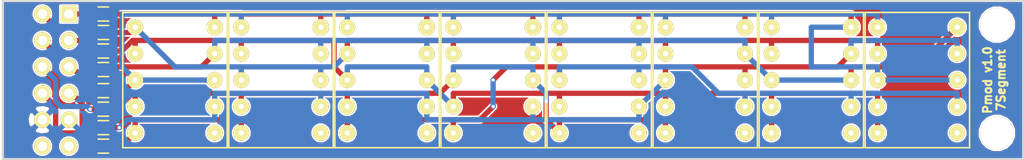
<source format=kicad_pcb>
(kicad_pcb (version 4) (host pcbnew "(2014-11-27 BZR 5304)-product")

  (general
    (links 81)
    (no_connects 0)
    (area 101.1976 65.6286 212.970259 86.3674)
    (thickness 1.6)
    (drawings 5)
    (tracks 217)
    (zones 0)
    (modules 19)
    (nets 28)
  )

  (page A4)
  (layers
    (0 F.Cu signal)
    (31 B.Cu signal)
    (32 B.Adhes user)
    (33 F.Adhes user)
    (34 B.Paste user)
    (35 F.Paste user)
    (36 B.SilkS user)
    (37 F.SilkS user)
    (38 B.Mask user)
    (39 F.Mask user)
    (40 Dwgs.User user)
    (41 Cmts.User user)
    (42 Eco1.User user)
    (43 Eco2.User user)
    (44 Edge.Cuts user)
    (45 Margin user)
    (46 B.CrtYd user)
    (47 F.CrtYd user)
    (48 B.Fab user)
    (49 F.Fab user)
  )

  (setup
    (last_trace_width 0.254)
    (trace_clearance 0.1524)
    (zone_clearance 0.0508)
    (zone_45_only no)
    (trace_min 0.1524)
    (segment_width 0.2)
    (edge_width 0.15)
    (via_size 0.4572)
    (via_drill 0.3048)
    (via_min_size 0.4572)
    (via_min_drill 0.3048)
    (uvia_size 0.508)
    (uvia_drill 0.127)
    (uvias_allowed no)
    (uvia_min_size 0.508)
    (uvia_min_drill 0.127)
    (pcb_text_width 0.3)
    (pcb_text_size 1.5 1.5)
    (mod_edge_width 0.15)
    (mod_text_size 1.5 1.5)
    (mod_text_width 0.15)
    (pad_size 3.2 3.2)
    (pad_drill 3.2)
    (pad_to_mask_clearance 0.2)
    (aux_axis_origin 0 0)
    (grid_origin 101.6 76.2)
    (visible_elements FFFFFF7F)
    (pcbplotparams
      (layerselection 0x010f0_80000001)
      (usegerberextensions false)
      (excludeedgelayer true)
      (linewidth 0.100000)
      (plotframeref false)
      (viasonmask false)
      (mode 1)
      (useauxorigin false)
      (hpglpennumber 1)
      (hpglpenspeed 20)
      (hpglpendiameter 15)
      (hpglpenoverlay 2)
      (psnegative false)
      (psa4output false)
      (plotreference true)
      (plotvalue true)
      (plotinvisibletext false)
      (padsonsilk false)
      (subtractmaskfromsilk false)
      (outputformat 1)
      (mirror false)
      (drillshape 0)
      (scaleselection 1)
      (outputdirectory Gerber/))
  )

  (net 0 "")
  (net 1 "Net-(J1-Pad2)")
  (net 2 "Net-(J1-Pad3)")
  (net 3 "Net-(J1-Pad4)")
  (net 4 "Net-(J1-Pad6)")
  (net 5 "Net-(J1-Pad7)")
  (net 6 "Net-(J1-Pad8)")
  (net 7 "Net-(J1-Pad9)")
  (net 8 "Net-(J1-Pad10)")
  (net 9 "Net-(J1-Pad12)")
  (net 10 /S6)
  (net 11 /S5)
  (net 12 /S7)
  (net 13 /S4)
  (net 14 /S3)
  (net 15 "Net-(LED1-Pad6)")
  (net 16 /S2)
  (net 17 /S1)
  (net 18 /S0)
  (net 19 "Net-(LED2-Pad6)")
  (net 20 "Net-(LED3-Pad6)")
  (net 21 "Net-(LED4-Pad6)")
  (net 22 "Net-(LED5-Pad6)")
  (net 23 "Net-(LED6-Pad6)")
  (net 24 "Net-(LED7-Pad6)")
  (net 25 "Net-(LED8-Pad6)")
  (net 26 "Net-(J1-Pad1)")
  (net 27 GND)

  (net_class Default "This is the default net class."
    (clearance 0.1524)
    (trace_width 0.254)
    (via_dia 0.4572)
    (via_drill 0.3048)
    (uvia_dia 0.508)
    (uvia_drill 0.127)
    (add_net /S0)
    (add_net /S1)
    (add_net /S2)
    (add_net /S3)
    (add_net /S4)
    (add_net /S5)
    (add_net /S6)
    (add_net /S7)
    (add_net GND)
    (add_net "Net-(J1-Pad1)")
    (add_net "Net-(J1-Pad10)")
    (add_net "Net-(J1-Pad12)")
    (add_net "Net-(J1-Pad2)")
    (add_net "Net-(J1-Pad3)")
    (add_net "Net-(J1-Pad4)")
    (add_net "Net-(J1-Pad6)")
    (add_net "Net-(J1-Pad7)")
    (add_net "Net-(J1-Pad8)")
    (add_net "Net-(J1-Pad9)")
    (add_net "Net-(LED1-Pad6)")
    (add_net "Net-(LED2-Pad6)")
    (add_net "Net-(LED3-Pad6)")
    (add_net "Net-(LED4-Pad6)")
    (add_net "Net-(LED5-Pad6)")
    (add_net "Net-(LED6-Pad6)")
    (add_net "Net-(LED7-Pad6)")
    (add_net "Net-(LED8-Pad6)")
  )

  (module Digilent:PMOD-DUAL-MALE (layer F.Cu) (tedit 54A82C21) (tstamp 54A81825)
    (at 101.6 76.2 90)
    (path /54A828DA)
    (fp_text reference J1 (at 0 1.27 90) (layer F.SilkS) hide
      (effects (font (size 1.5 1.5) (thickness 0.15)))
    )
    (fp_text value PMOD (at 0 8.89 90) (layer F.SilkS) hide
      (effects (font (size 1.5 1.5) (thickness 0.15)))
    )
    (fp_line (start -7.62 0) (end 7.62 0) (layer Dwgs.User) (width 0.15))
    (pad 1 thru_hole rect (at 6.35 6.35 90) (size 1.584 1.584) (drill 0.9) (layers *.Cu *.Mask F.SilkS)
      (net 26 "Net-(J1-Pad1)"))
    (pad 2 thru_hole circle (at 3.81 6.35 90) (size 1.584 1.584) (drill 0.9) (layers *.Cu *.Mask F.SilkS)
      (net 1 "Net-(J1-Pad2)"))
    (pad 3 thru_hole circle (at 1.27 6.35 90) (size 1.584 1.584) (drill 0.9) (layers *.Cu *.Mask F.SilkS)
      (net 2 "Net-(J1-Pad3)"))
    (pad 4 thru_hole circle (at -1.27 6.35 90) (size 1.584 1.584) (drill 0.9) (layers *.Cu *.Mask F.SilkS)
      (net 3 "Net-(J1-Pad4)"))
    (pad 5 thru_hole circle (at -3.81 6.35 90) (size 1.584 1.584) (drill 0.9) (layers *.Cu *.Mask F.SilkS)
      (net 27 GND))
    (pad 6 thru_hole circle (at -6.35 6.35 90) (size 1.584 1.584) (drill 0.9) (layers *.Cu *.Mask F.SilkS)
      (net 4 "Net-(J1-Pad6)"))
    (pad 7 thru_hole circle (at 6.35 3.81 90) (size 1.584 1.584) (drill 0.9) (layers *.Cu *.Mask F.SilkS)
      (net 5 "Net-(J1-Pad7)"))
    (pad 8 thru_hole circle (at 3.81 3.81 90) (size 1.584 1.584) (drill 0.9) (layers *.Cu *.Mask F.SilkS)
      (net 6 "Net-(J1-Pad8)"))
    (pad 9 thru_hole circle (at 1.27 3.81 90) (size 1.584 1.584) (drill 0.9) (layers *.Cu *.Mask F.SilkS)
      (net 7 "Net-(J1-Pad9)"))
    (pad 10 thru_hole circle (at -1.27 3.81 90) (size 1.584 1.584) (drill 0.9) (layers *.Cu *.Mask F.SilkS)
      (net 8 "Net-(J1-Pad10)"))
    (pad 11 thru_hole circle (at -3.81 3.81 90) (size 1.584 1.584) (drill 0.9) (layers *.Cu *.Mask F.SilkS)
      (net 27 GND))
    (pad 12 thru_hole circle (at -6.35 3.81 90) (size 1.584 1.584) (drill 0.9) (layers *.Cu *.Mask F.SilkS)
      (net 9 "Net-(J1-Pad12)"))
  )

  (module Kingbright:SA39-11 (layer F.Cu) (tedit 54A82C90) (tstamp 54A81833)
    (at 118.11 76.2)
    (path /54A80DD5)
    (fp_text reference LED1 (at 0 7.62) (layer F.SilkS) hide
      (effects (font (size 1.5 1.5) (thickness 0.15)))
    )
    (fp_text value SA39-11 (at 0 -7.62) (layer F.SilkS) hide
      (effects (font (size 1.5 1.5) (thickness 0.15)))
    )
    (fp_line (start -5 6.5) (end 5 6.5) (layer F.SilkS) (width 0.15))
    (fp_line (start -5 6.5) (end -5 -6.5) (layer F.SilkS) (width 0.15))
    (fp_line (start -5 -6.5) (end 5 -6.5) (layer F.SilkS) (width 0.15))
    (fp_line (start 5 -6.5) (end 5 6.5) (layer F.SilkS) (width 0.15))
    (pad 1 thru_hole circle (at -3.81 -5.08) (size 1.524 1.524) (drill 0.5) (layers *.Cu *.Mask F.SilkS)
      (net 10 /S6))
    (pad 2 thru_hole circle (at -3.81 -2.54) (size 1.524 1.524) (drill 0.5) (layers *.Cu *.Mask F.SilkS)
      (net 11 /S5))
    (pad 3 thru_hole circle (at -3.81 0) (size 1.524 1.524) (drill 0.5) (layers *.Cu *.Mask F.SilkS)
      (net 12 /S7))
    (pad 4 thru_hole circle (at -3.81 2.54) (size 1.524 1.524) (drill 0.5) (layers *.Cu *.Mask F.SilkS)
      (net 13 /S4))
    (pad 5 thru_hole circle (at -3.81 5.08) (size 1.524 1.524) (drill 0.5) (layers *.Cu *.Mask F.SilkS)
      (net 14 /S3))
    (pad 6 thru_hole circle (at 3.81 5.08) (size 1.524 1.524) (drill 0.5) (layers *.Cu *.Mask F.SilkS)
      (net 15 "Net-(LED1-Pad6)"))
    (pad 7 thru_hole circle (at 3.81 2.54) (size 1.524 1.524) (drill 0.5) (layers *.Cu *.Mask F.SilkS)
      (net 16 /S2))
    (pad 8 thru_hole circle (at 3.81 0) (size 1.524 1.524) (drill 0.5) (layers *.Cu *.Mask F.SilkS)
      (net 12 /S7))
    (pad 9 thru_hole circle (at 3.81 -2.54) (size 1.524 1.524) (drill 0.5) (layers *.Cu *.Mask F.SilkS)
      (net 17 /S1))
    (pad 10 thru_hole circle (at 3.81 -5.08) (size 1.584 1.584) (drill 0.5) (layers *.Cu *.Mask F.SilkS)
      (net 18 /S0))
  )

  (module Kingbright:SA39-11 (layer F.Cu) (tedit 54A82C63) (tstamp 54A81841)
    (at 128.27 76.2)
    (path /54A80DFF)
    (fp_text reference LED2 (at 0 7.62) (layer F.SilkS) hide
      (effects (font (size 1.5 1.5) (thickness 0.15)))
    )
    (fp_text value SA39-11 (at 0 -7.62) (layer F.SilkS) hide
      (effects (font (size 1.5 1.5) (thickness 0.15)))
    )
    (fp_line (start -5 6.5) (end 5 6.5) (layer F.SilkS) (width 0.15))
    (fp_line (start -5 6.5) (end -5 -6.5) (layer F.SilkS) (width 0.15))
    (fp_line (start -5 -6.5) (end 5 -6.5) (layer F.SilkS) (width 0.15))
    (fp_line (start 5 -6.5) (end 5 6.5) (layer F.SilkS) (width 0.15))
    (pad 1 thru_hole circle (at -3.81 -5.08) (size 1.524 1.524) (drill 0.5) (layers *.Cu *.Mask F.SilkS)
      (net 12 /S7))
    (pad 2 thru_hole circle (at -3.81 -2.54) (size 1.524 1.524) (drill 0.5) (layers *.Cu *.Mask F.SilkS)
      (net 11 /S5))
    (pad 3 thru_hole circle (at -3.81 0) (size 1.524 1.524) (drill 0.5) (layers *.Cu *.Mask F.SilkS)
      (net 10 /S6))
    (pad 4 thru_hole circle (at -3.81 2.54) (size 1.524 1.524) (drill 0.5) (layers *.Cu *.Mask F.SilkS)
      (net 13 /S4))
    (pad 5 thru_hole circle (at -3.81 5.08) (size 1.524 1.524) (drill 0.5) (layers *.Cu *.Mask F.SilkS)
      (net 14 /S3))
    (pad 6 thru_hole circle (at 3.81 5.08) (size 1.524 1.524) (drill 0.5) (layers *.Cu *.Mask F.SilkS)
      (net 19 "Net-(LED2-Pad6)"))
    (pad 7 thru_hole circle (at 3.81 2.54) (size 1.524 1.524) (drill 0.5) (layers *.Cu *.Mask F.SilkS)
      (net 16 /S2))
    (pad 8 thru_hole circle (at 3.81 0) (size 1.524 1.524) (drill 0.5) (layers *.Cu *.Mask F.SilkS)
      (net 10 /S6))
    (pad 9 thru_hole circle (at 3.81 -2.54) (size 1.524 1.524) (drill 0.5) (layers *.Cu *.Mask F.SilkS)
      (net 17 /S1))
    (pad 10 thru_hole circle (at 3.81 -5.08) (size 1.584 1.584) (drill 0.5) (layers *.Cu *.Mask F.SilkS)
      (net 18 /S0))
  )

  (module Kingbright:SA39-11 (layer F.Cu) (tedit 54A82C66) (tstamp 54A8184F)
    (at 138.43 76.2)
    (path /54A80E2A)
    (fp_text reference LED3 (at 0 7.62) (layer F.SilkS) hide
      (effects (font (size 1.5 1.5) (thickness 0.15)))
    )
    (fp_text value SA39-11 (at 0 -7.62) (layer F.SilkS) hide
      (effects (font (size 1.5 1.5) (thickness 0.15)))
    )
    (fp_line (start -5 6.5) (end 5 6.5) (layer F.SilkS) (width 0.15))
    (fp_line (start -5 6.5) (end -5 -6.5) (layer F.SilkS) (width 0.15))
    (fp_line (start -5 -6.5) (end 5 -6.5) (layer F.SilkS) (width 0.15))
    (fp_line (start 5 -6.5) (end 5 6.5) (layer F.SilkS) (width 0.15))
    (pad 1 thru_hole circle (at -3.81 -5.08) (size 1.524 1.524) (drill 0.5) (layers *.Cu *.Mask F.SilkS)
      (net 12 /S7))
    (pad 2 thru_hole circle (at -3.81 -2.54) (size 1.524 1.524) (drill 0.5) (layers *.Cu *.Mask F.SilkS)
      (net 10 /S6))
    (pad 3 thru_hole circle (at -3.81 0) (size 1.524 1.524) (drill 0.5) (layers *.Cu *.Mask F.SilkS)
      (net 11 /S5))
    (pad 4 thru_hole circle (at -3.81 2.54) (size 1.524 1.524) (drill 0.5) (layers *.Cu *.Mask F.SilkS)
      (net 13 /S4))
    (pad 5 thru_hole circle (at -3.81 5.08) (size 1.524 1.524) (drill 0.5) (layers *.Cu *.Mask F.SilkS)
      (net 14 /S3))
    (pad 6 thru_hole circle (at 3.81 5.08) (size 1.524 1.524) (drill 0.5) (layers *.Cu *.Mask F.SilkS)
      (net 20 "Net-(LED3-Pad6)"))
    (pad 7 thru_hole circle (at 3.81 2.54) (size 1.524 1.524) (drill 0.5) (layers *.Cu *.Mask F.SilkS)
      (net 16 /S2))
    (pad 8 thru_hole circle (at 3.81 0) (size 1.524 1.524) (drill 0.5) (layers *.Cu *.Mask F.SilkS)
      (net 11 /S5))
    (pad 9 thru_hole circle (at 3.81 -2.54) (size 1.524 1.524) (drill 0.5) (layers *.Cu *.Mask F.SilkS)
      (net 17 /S1))
    (pad 10 thru_hole circle (at 3.81 -5.08) (size 1.584 1.584) (drill 0.5) (layers *.Cu *.Mask F.SilkS)
      (net 18 /S0))
  )

  (module Kingbright:SA39-11 (layer F.Cu) (tedit 54A82C69) (tstamp 54A8185D)
    (at 148.59 76.2)
    (path /54A80E55)
    (fp_text reference LED4 (at 0 7.62) (layer F.SilkS) hide
      (effects (font (size 1.5 1.5) (thickness 0.15)))
    )
    (fp_text value SA39-11 (at 0 -7.62) (layer F.SilkS) hide
      (effects (font (size 1.5 1.5) (thickness 0.15)))
    )
    (fp_line (start -5 6.5) (end 5 6.5) (layer F.SilkS) (width 0.15))
    (fp_line (start -5 6.5) (end -5 -6.5) (layer F.SilkS) (width 0.15))
    (fp_line (start -5 -6.5) (end 5 -6.5) (layer F.SilkS) (width 0.15))
    (fp_line (start 5 -6.5) (end 5 6.5) (layer F.SilkS) (width 0.15))
    (pad 1 thru_hole circle (at -3.81 -5.08) (size 1.524 1.524) (drill 0.5) (layers *.Cu *.Mask F.SilkS)
      (net 12 /S7))
    (pad 2 thru_hole circle (at -3.81 -2.54) (size 1.524 1.524) (drill 0.5) (layers *.Cu *.Mask F.SilkS)
      (net 10 /S6))
    (pad 3 thru_hole circle (at -3.81 0) (size 1.524 1.524) (drill 0.5) (layers *.Cu *.Mask F.SilkS)
      (net 13 /S4))
    (pad 4 thru_hole circle (at -3.81 2.54) (size 1.524 1.524) (drill 0.5) (layers *.Cu *.Mask F.SilkS)
      (net 11 /S5))
    (pad 5 thru_hole circle (at -3.81 5.08) (size 1.524 1.524) (drill 0.5) (layers *.Cu *.Mask F.SilkS)
      (net 14 /S3))
    (pad 6 thru_hole circle (at 3.81 5.08) (size 1.524 1.524) (drill 0.5) (layers *.Cu *.Mask F.SilkS)
      (net 21 "Net-(LED4-Pad6)"))
    (pad 7 thru_hole circle (at 3.81 2.54) (size 1.524 1.524) (drill 0.5) (layers *.Cu *.Mask F.SilkS)
      (net 16 /S2))
    (pad 8 thru_hole circle (at 3.81 0) (size 1.524 1.524) (drill 0.5) (layers *.Cu *.Mask F.SilkS)
      (net 13 /S4))
    (pad 9 thru_hole circle (at 3.81 -2.54) (size 1.524 1.524) (drill 0.5) (layers *.Cu *.Mask F.SilkS)
      (net 17 /S1))
    (pad 10 thru_hole circle (at 3.81 -5.08) (size 1.584 1.584) (drill 0.5) (layers *.Cu *.Mask F.SilkS)
      (net 18 /S0))
  )

  (module Kingbright:SA39-11 (layer F.Cu) (tedit 54A82C6D) (tstamp 54A8186B)
    (at 158.75 76.2)
    (path /54A80E7B)
    (fp_text reference LED5 (at 0 7.62) (layer F.SilkS) hide
      (effects (font (size 1.5 1.5) (thickness 0.15)))
    )
    (fp_text value SA39-11 (at 0 -7.62) (layer F.SilkS) hide
      (effects (font (size 1.5 1.5) (thickness 0.15)))
    )
    (fp_line (start -5 6.5) (end 5 6.5) (layer F.SilkS) (width 0.15))
    (fp_line (start -5 6.5) (end -5 -6.5) (layer F.SilkS) (width 0.15))
    (fp_line (start -5 -6.5) (end 5 -6.5) (layer F.SilkS) (width 0.15))
    (fp_line (start 5 -6.5) (end 5 6.5) (layer F.SilkS) (width 0.15))
    (pad 1 thru_hole circle (at -3.81 -5.08) (size 1.524 1.524) (drill 0.5) (layers *.Cu *.Mask F.SilkS)
      (net 12 /S7))
    (pad 2 thru_hole circle (at -3.81 -2.54) (size 1.524 1.524) (drill 0.5) (layers *.Cu *.Mask F.SilkS)
      (net 10 /S6))
    (pad 3 thru_hole circle (at -3.81 0) (size 1.524 1.524) (drill 0.5) (layers *.Cu *.Mask F.SilkS)
      (net 14 /S3))
    (pad 4 thru_hole circle (at -3.81 2.54) (size 1.524 1.524) (drill 0.5) (layers *.Cu *.Mask F.SilkS)
      (net 11 /S5))
    (pad 5 thru_hole circle (at -3.81 5.08) (size 1.524 1.524) (drill 0.5) (layers *.Cu *.Mask F.SilkS)
      (net 13 /S4))
    (pad 6 thru_hole circle (at 3.81 5.08) (size 1.524 1.524) (drill 0.5) (layers *.Cu *.Mask F.SilkS)
      (net 22 "Net-(LED5-Pad6)"))
    (pad 7 thru_hole circle (at 3.81 2.54) (size 1.524 1.524) (drill 0.5) (layers *.Cu *.Mask F.SilkS)
      (net 16 /S2))
    (pad 8 thru_hole circle (at 3.81 0) (size 1.524 1.524) (drill 0.5) (layers *.Cu *.Mask F.SilkS)
      (net 14 /S3))
    (pad 9 thru_hole circle (at 3.81 -2.54) (size 1.524 1.524) (drill 0.5) (layers *.Cu *.Mask F.SilkS)
      (net 17 /S1))
    (pad 10 thru_hole circle (at 3.81 -5.08) (size 1.584 1.584) (drill 0.5) (layers *.Cu *.Mask F.SilkS)
      (net 18 /S0))
  )

  (module Kingbright:SA39-11 (layer F.Cu) (tedit 54A82C7D) (tstamp 54A82D34)
    (at 168.91 76.2)
    (path /54A80E9E)
    (fp_text reference LED6 (at 0 7.62) (layer F.SilkS) hide
      (effects (font (size 1.5 1.5) (thickness 0.15)))
    )
    (fp_text value SA39-11 (at 0 -7.62) (layer F.SilkS) hide
      (effects (font (size 1.5 1.5) (thickness 0.15)))
    )
    (fp_line (start -5 6.5) (end 5 6.5) (layer F.SilkS) (width 0.15))
    (fp_line (start -5 6.5) (end -5 -6.5) (layer F.SilkS) (width 0.15))
    (fp_line (start -5 -6.5) (end 5 -6.5) (layer F.SilkS) (width 0.15))
    (fp_line (start 5 -6.5) (end 5 6.5) (layer F.SilkS) (width 0.15))
    (pad 1 thru_hole circle (at -3.81 -5.08) (size 1.524 1.524) (drill 0.5) (layers *.Cu *.Mask F.SilkS)
      (net 12 /S7))
    (pad 2 thru_hole circle (at -3.81 -2.54) (size 1.524 1.524) (drill 0.5) (layers *.Cu *.Mask F.SilkS)
      (net 10 /S6))
    (pad 3 thru_hole circle (at -3.81 0) (size 1.524 1.524) (drill 0.5) (layers *.Cu *.Mask F.SilkS)
      (net 16 /S2))
    (pad 4 thru_hole circle (at -3.81 2.54) (size 1.524 1.524) (drill 0.5) (layers *.Cu *.Mask F.SilkS)
      (net 11 /S5))
    (pad 5 thru_hole circle (at -3.81 5.08) (size 1.524 1.524) (drill 0.5) (layers *.Cu *.Mask F.SilkS)
      (net 13 /S4))
    (pad 6 thru_hole circle (at 3.81 5.08) (size 1.524 1.524) (drill 0.5) (layers *.Cu *.Mask F.SilkS)
      (net 23 "Net-(LED6-Pad6)"))
    (pad 7 thru_hole circle (at 3.81 2.54) (size 1.524 1.524) (drill 0.5) (layers *.Cu *.Mask F.SilkS)
      (net 14 /S3))
    (pad 8 thru_hole circle (at 3.81 0) (size 1.524 1.524) (drill 0.5) (layers *.Cu *.Mask F.SilkS)
      (net 16 /S2))
    (pad 9 thru_hole circle (at 3.81 -2.54) (size 1.524 1.524) (drill 0.5) (layers *.Cu *.Mask F.SilkS)
      (net 17 /S1))
    (pad 10 thru_hole circle (at 3.81 -5.08) (size 1.584 1.584) (drill 0.5) (layers *.Cu *.Mask F.SilkS)
      (net 18 /S0))
  )

  (module Kingbright:SA39-11 (layer F.Cu) (tedit 54A82C79) (tstamp 54A81887)
    (at 179.07 76.2)
    (path /54A80EC5)
    (fp_text reference LED7 (at 0 7.62) (layer F.SilkS) hide
      (effects (font (size 1.5 1.5) (thickness 0.15)))
    )
    (fp_text value SA39-11 (at 0 -7.62) (layer F.SilkS) hide
      (effects (font (size 1.5 1.5) (thickness 0.15)))
    )
    (fp_line (start -5 6.5) (end 5 6.5) (layer F.SilkS) (width 0.15))
    (fp_line (start -5 6.5) (end -5 -6.5) (layer F.SilkS) (width 0.15))
    (fp_line (start -5 -6.5) (end 5 -6.5) (layer F.SilkS) (width 0.15))
    (fp_line (start 5 -6.5) (end 5 6.5) (layer F.SilkS) (width 0.15))
    (pad 1 thru_hole circle (at -3.81 -5.08) (size 1.524 1.524) (drill 0.5) (layers *.Cu *.Mask F.SilkS)
      (net 12 /S7))
    (pad 2 thru_hole circle (at -3.81 -2.54) (size 1.524 1.524) (drill 0.5) (layers *.Cu *.Mask F.SilkS)
      (net 10 /S6))
    (pad 3 thru_hole circle (at -3.81 0) (size 1.524 1.524) (drill 0.5) (layers *.Cu *.Mask F.SilkS)
      (net 17 /S1))
    (pad 4 thru_hole circle (at -3.81 2.54) (size 1.524 1.524) (drill 0.5) (layers *.Cu *.Mask F.SilkS)
      (net 11 /S5))
    (pad 5 thru_hole circle (at -3.81 5.08) (size 1.524 1.524) (drill 0.5) (layers *.Cu *.Mask F.SilkS)
      (net 13 /S4))
    (pad 6 thru_hole circle (at 3.81 5.08) (size 1.524 1.524) (drill 0.5) (layers *.Cu *.Mask F.SilkS)
      (net 24 "Net-(LED7-Pad6)"))
    (pad 7 thru_hole circle (at 3.81 2.54) (size 1.524 1.524) (drill 0.5) (layers *.Cu *.Mask F.SilkS)
      (net 14 /S3))
    (pad 8 thru_hole circle (at 3.81 0) (size 1.524 1.524) (drill 0.5) (layers *.Cu *.Mask F.SilkS)
      (net 17 /S1))
    (pad 9 thru_hole circle (at 3.81 -2.54) (size 1.524 1.524) (drill 0.5) (layers *.Cu *.Mask F.SilkS)
      (net 16 /S2))
    (pad 10 thru_hole circle (at 3.81 -5.08) (size 1.584 1.584) (drill 0.5) (layers *.Cu *.Mask F.SilkS)
      (net 18 /S0))
  )

  (module Kingbright:SA39-11 (layer F.Cu) (tedit 54A82C81) (tstamp 54A81895)
    (at 189.23 76.2)
    (path /54A80EF3)
    (fp_text reference LED8 (at 0 7.62) (layer F.SilkS) hide
      (effects (font (size 1.5 1.5) (thickness 0.15)))
    )
    (fp_text value SA39-11 (at 0 -7.62) (layer F.SilkS) hide
      (effects (font (size 1.5 1.5) (thickness 0.15)))
    )
    (fp_line (start -5 6.5) (end 5 6.5) (layer F.SilkS) (width 0.15))
    (fp_line (start -5 6.5) (end -5 -6.5) (layer F.SilkS) (width 0.15))
    (fp_line (start -5 -6.5) (end 5 -6.5) (layer F.SilkS) (width 0.15))
    (fp_line (start 5 -6.5) (end 5 6.5) (layer F.SilkS) (width 0.15))
    (pad 1 thru_hole circle (at -3.81 -5.08) (size 1.524 1.524) (drill 0.5) (layers *.Cu *.Mask F.SilkS)
      (net 12 /S7))
    (pad 2 thru_hole circle (at -3.81 -2.54) (size 1.524 1.524) (drill 0.5) (layers *.Cu *.Mask F.SilkS)
      (net 10 /S6))
    (pad 3 thru_hole circle (at -3.81 0) (size 1.524 1.524) (drill 0.5) (layers *.Cu *.Mask F.SilkS)
      (net 18 /S0))
    (pad 4 thru_hole circle (at -3.81 2.54) (size 1.524 1.524) (drill 0.5) (layers *.Cu *.Mask F.SilkS)
      (net 11 /S5))
    (pad 5 thru_hole circle (at -3.81 5.08) (size 1.524 1.524) (drill 0.5) (layers *.Cu *.Mask F.SilkS)
      (net 13 /S4))
    (pad 6 thru_hole circle (at 3.81 5.08) (size 1.524 1.524) (drill 0.5) (layers *.Cu *.Mask F.SilkS)
      (net 25 "Net-(LED8-Pad6)"))
    (pad 7 thru_hole circle (at 3.81 2.54) (size 1.524 1.524) (drill 0.5) (layers *.Cu *.Mask F.SilkS)
      (net 14 /S3))
    (pad 8 thru_hole circle (at 3.81 0) (size 1.524 1.524) (drill 0.5) (layers *.Cu *.Mask F.SilkS)
      (net 18 /S0))
    (pad 9 thru_hole circle (at 3.81 -2.54) (size 1.524 1.524) (drill 0.5) (layers *.Cu *.Mask F.SilkS)
      (net 16 /S2))
    (pad 10 thru_hole circle (at 3.81 -5.08) (size 1.584 1.584) (drill 0.5) (layers *.Cu *.Mask F.SilkS)
      (net 17 /S1))
  )

  (module Resistors_SMD:R_0603 (layer F.Cu) (tedit 54A82C3E) (tstamp 54A81BB3)
    (at 111.252 69.85)
    (descr "Resistor SMD 0603, reflow soldering, Vishay (see dcrcw.pdf)")
    (tags "resistor 0603")
    (path /54A81B67)
    (attr smd)
    (fp_text reference R1 (at 0 -1.9) (layer F.SilkS) hide
      (effects (font (size 1 1) (thickness 0.15)))
    )
    (fp_text value R (at 0 1.9) (layer F.SilkS) hide
      (effects (font (size 1 1) (thickness 0.15)))
    )
    (fp_line (start -1.3 -0.8) (end 1.3 -0.8) (layer F.CrtYd) (width 0.05))
    (fp_line (start -1.3 0.8) (end 1.3 0.8) (layer F.CrtYd) (width 0.05))
    (fp_line (start -1.3 -0.8) (end -1.3 0.8) (layer F.CrtYd) (width 0.05))
    (fp_line (start 1.3 -0.8) (end 1.3 0.8) (layer F.CrtYd) (width 0.05))
    (fp_line (start 0.5 0.675) (end -0.5 0.675) (layer F.SilkS) (width 0.15))
    (fp_line (start -0.5 -0.675) (end 0.5 -0.675) (layer F.SilkS) (width 0.15))
    (pad 1 smd rect (at -0.75 0) (size 0.5 0.9) (layers F.Cu F.Paste F.Mask)
      (net 26 "Net-(J1-Pad1)"))
    (pad 2 smd rect (at 0.75 0) (size 0.5 0.9) (layers F.Cu F.Paste F.Mask)
      (net 18 /S0))
    (model Resistors_SMD/R_0603.wrl
      (at (xyz 0 0 0))
      (scale (xyz 1 1 1))
      (rotate (xyz 0 0 0))
    )
  )

  (module Resistors_SMD:R_0603 (layer F.Cu) (tedit 54A82C1A) (tstamp 54A81BB9)
    (at 111.252 73.406)
    (descr "Resistor SMD 0603, reflow soldering, Vishay (see dcrcw.pdf)")
    (tags "resistor 0603")
    (path /54A81BA6)
    (attr smd)
    (fp_text reference R2 (at 0 -1.9) (layer F.SilkS) hide
      (effects (font (size 1 1) (thickness 0.15)))
    )
    (fp_text value R (at 0 1.9) (layer F.SilkS) hide
      (effects (font (size 1 1) (thickness 0.15)))
    )
    (fp_line (start -1.3 -0.8) (end 1.3 -0.8) (layer F.CrtYd) (width 0.05))
    (fp_line (start -1.3 0.8) (end 1.3 0.8) (layer F.CrtYd) (width 0.05))
    (fp_line (start -1.3 -0.8) (end -1.3 0.8) (layer F.CrtYd) (width 0.05))
    (fp_line (start 1.3 -0.8) (end 1.3 0.8) (layer F.CrtYd) (width 0.05))
    (fp_line (start 0.5 0.675) (end -0.5 0.675) (layer F.SilkS) (width 0.15))
    (fp_line (start -0.5 -0.675) (end 0.5 -0.675) (layer F.SilkS) (width 0.15))
    (pad 1 smd rect (at -0.75 0) (size 0.5 0.9) (layers F.Cu F.Paste F.Mask)
      (net 1 "Net-(J1-Pad2)"))
    (pad 2 smd rect (at 0.75 0) (size 0.5 0.9) (layers F.Cu F.Paste F.Mask)
      (net 11 /S5))
    (model Resistors_SMD/R_0603.wrl
      (at (xyz 0 0 0))
      (scale (xyz 1 1 1))
      (rotate (xyz 0 0 0))
    )
  )

  (module Resistors_SMD:R_0603 (layer F.Cu) (tedit 54A82C2A) (tstamp 54A81BBF)
    (at 111.252 77.216)
    (descr "Resistor SMD 0603, reflow soldering, Vishay (see dcrcw.pdf)")
    (tags "resistor 0603")
    (path /54A81BEE)
    (attr smd)
    (fp_text reference R3 (at 0 -1.9) (layer F.SilkS) hide
      (effects (font (size 1 1) (thickness 0.15)))
    )
    (fp_text value R (at 0 1.9) (layer F.SilkS) hide
      (effects (font (size 1 1) (thickness 0.15)))
    )
    (fp_line (start -1.3 -0.8) (end 1.3 -0.8) (layer F.CrtYd) (width 0.05))
    (fp_line (start -1.3 0.8) (end 1.3 0.8) (layer F.CrtYd) (width 0.05))
    (fp_line (start -1.3 -0.8) (end -1.3 0.8) (layer F.CrtYd) (width 0.05))
    (fp_line (start 1.3 -0.8) (end 1.3 0.8) (layer F.CrtYd) (width 0.05))
    (fp_line (start 0.5 0.675) (end -0.5 0.675) (layer F.SilkS) (width 0.15))
    (fp_line (start -0.5 -0.675) (end 0.5 -0.675) (layer F.SilkS) (width 0.15))
    (pad 1 smd rect (at -0.75 0) (size 0.5 0.9) (layers F.Cu F.Paste F.Mask)
      (net 2 "Net-(J1-Pad3)"))
    (pad 2 smd rect (at 0.75 0) (size 0.5 0.9) (layers F.Cu F.Paste F.Mask)
      (net 12 /S7))
    (model Resistors_SMD/R_0603.wrl
      (at (xyz 0 0 0))
      (scale (xyz 1 1 1))
      (rotate (xyz 0 0 0))
    )
  )

  (module Resistors_SMD:R_0603 (layer F.Cu) (tedit 54A82C31) (tstamp 54A81BC5)
    (at 111.252 80.772)
    (descr "Resistor SMD 0603, reflow soldering, Vishay (see dcrcw.pdf)")
    (tags "resistor 0603")
    (path /54A81C31)
    (attr smd)
    (fp_text reference R4 (at 0 -1.9) (layer F.SilkS) hide
      (effects (font (size 1 1) (thickness 0.15)))
    )
    (fp_text value R (at 0 1.9) (layer F.SilkS) hide
      (effects (font (size 1 1) (thickness 0.15)))
    )
    (fp_line (start -1.3 -0.8) (end 1.3 -0.8) (layer F.CrtYd) (width 0.05))
    (fp_line (start -1.3 0.8) (end 1.3 0.8) (layer F.CrtYd) (width 0.05))
    (fp_line (start -1.3 -0.8) (end -1.3 0.8) (layer F.CrtYd) (width 0.05))
    (fp_line (start 1.3 -0.8) (end 1.3 0.8) (layer F.CrtYd) (width 0.05))
    (fp_line (start 0.5 0.675) (end -0.5 0.675) (layer F.SilkS) (width 0.15))
    (fp_line (start -0.5 -0.675) (end 0.5 -0.675) (layer F.SilkS) (width 0.15))
    (pad 1 smd rect (at -0.75 0) (size 0.5 0.9) (layers F.Cu F.Paste F.Mask)
      (net 3 "Net-(J1-Pad4)"))
    (pad 2 smd rect (at 0.75 0) (size 0.5 0.9) (layers F.Cu F.Paste F.Mask)
      (net 16 /S2))
    (model Resistors_SMD/R_0603.wrl
      (at (xyz 0 0 0))
      (scale (xyz 1 1 1))
      (rotate (xyz 0 0 0))
    )
  )

  (module Resistors_SMD:R_0603 (layer F.Cu) (tedit 54A82C1D) (tstamp 54A81BCB)
    (at 111.252 71.628 180)
    (descr "Resistor SMD 0603, reflow soldering, Vishay (see dcrcw.pdf)")
    (tags "resistor 0603")
    (path /54A81C73)
    (attr smd)
    (fp_text reference R5 (at 0 -1.9 180) (layer F.SilkS) hide
      (effects (font (size 1 1) (thickness 0.15)))
    )
    (fp_text value R (at 0 1.9 180) (layer F.SilkS) hide
      (effects (font (size 1 1) (thickness 0.15)))
    )
    (fp_line (start -1.3 -0.8) (end 1.3 -0.8) (layer F.CrtYd) (width 0.05))
    (fp_line (start -1.3 0.8) (end 1.3 0.8) (layer F.CrtYd) (width 0.05))
    (fp_line (start -1.3 -0.8) (end -1.3 0.8) (layer F.CrtYd) (width 0.05))
    (fp_line (start 1.3 -0.8) (end 1.3 0.8) (layer F.CrtYd) (width 0.05))
    (fp_line (start 0.5 0.675) (end -0.5 0.675) (layer F.SilkS) (width 0.15))
    (fp_line (start -0.5 -0.675) (end 0.5 -0.675) (layer F.SilkS) (width 0.15))
    (pad 1 smd rect (at -0.75 0 180) (size 0.5 0.9) (layers F.Cu F.Paste F.Mask)
      (net 10 /S6))
    (pad 2 smd rect (at 0.75 0 180) (size 0.5 0.9) (layers F.Cu F.Paste F.Mask)
      (net 5 "Net-(J1-Pad7)"))
    (model Resistors_SMD/R_0603.wrl
      (at (xyz 0 0 0))
      (scale (xyz 1 1 1))
      (rotate (xyz 0 0 0))
    )
  )

  (module Resistors_SMD:R_0603 (layer F.Cu) (tedit 54A82C35) (tstamp 54A81BD1)
    (at 111.252 75.184 180)
    (descr "Resistor SMD 0603, reflow soldering, Vishay (see dcrcw.pdf)")
    (tags "resistor 0603")
    (path /54A81CBF)
    (attr smd)
    (fp_text reference R6 (at 0 -1.9 180) (layer F.SilkS) hide
      (effects (font (size 1 1) (thickness 0.15)))
    )
    (fp_text value R (at 0 1.9 180) (layer F.SilkS) hide
      (effects (font (size 1 1) (thickness 0.15)))
    )
    (fp_line (start -1.3 -0.8) (end 1.3 -0.8) (layer F.CrtYd) (width 0.05))
    (fp_line (start -1.3 0.8) (end 1.3 0.8) (layer F.CrtYd) (width 0.05))
    (fp_line (start -1.3 -0.8) (end -1.3 0.8) (layer F.CrtYd) (width 0.05))
    (fp_line (start 1.3 -0.8) (end 1.3 0.8) (layer F.CrtYd) (width 0.05))
    (fp_line (start 0.5 0.675) (end -0.5 0.675) (layer F.SilkS) (width 0.15))
    (fp_line (start -0.5 -0.675) (end 0.5 -0.675) (layer F.SilkS) (width 0.15))
    (pad 1 smd rect (at -0.75 0 180) (size 0.5 0.9) (layers F.Cu F.Paste F.Mask)
      (net 17 /S1))
    (pad 2 smd rect (at 0.75 0 180) (size 0.5 0.9) (layers F.Cu F.Paste F.Mask)
      (net 6 "Net-(J1-Pad8)"))
    (model Resistors_SMD/R_0603.wrl
      (at (xyz 0 0 0))
      (scale (xyz 1 1 1))
      (rotate (xyz 0 0 0))
    )
  )

  (module Resistors_SMD:R_0603 (layer F.Cu) (tedit 54A82C39) (tstamp 54A81BD7)
    (at 111.252 78.994 180)
    (descr "Resistor SMD 0603, reflow soldering, Vishay (see dcrcw.pdf)")
    (tags "resistor 0603")
    (path /54A81D0A)
    (attr smd)
    (fp_text reference R7 (at 0 -1.9 180) (layer F.SilkS) hide
      (effects (font (size 1 1) (thickness 0.15)))
    )
    (fp_text value R (at 0 1.9 180) (layer F.SilkS) hide
      (effects (font (size 1 1) (thickness 0.15)))
    )
    (fp_line (start -1.3 -0.8) (end 1.3 -0.8) (layer F.CrtYd) (width 0.05))
    (fp_line (start -1.3 0.8) (end 1.3 0.8) (layer F.CrtYd) (width 0.05))
    (fp_line (start -1.3 -0.8) (end -1.3 0.8) (layer F.CrtYd) (width 0.05))
    (fp_line (start 1.3 -0.8) (end 1.3 0.8) (layer F.CrtYd) (width 0.05))
    (fp_line (start 0.5 0.675) (end -0.5 0.675) (layer F.SilkS) (width 0.15))
    (fp_line (start -0.5 -0.675) (end 0.5 -0.675) (layer F.SilkS) (width 0.15))
    (pad 1 smd rect (at -0.75 0 180) (size 0.5 0.9) (layers F.Cu F.Paste F.Mask)
      (net 13 /S4))
    (pad 2 smd rect (at 0.75 0 180) (size 0.5 0.9) (layers F.Cu F.Paste F.Mask)
      (net 7 "Net-(J1-Pad9)"))
    (model Resistors_SMD/R_0603.wrl
      (at (xyz 0 0 0))
      (scale (xyz 1 1 1))
      (rotate (xyz 0 0 0))
    )
  )

  (module Resistors_SMD:R_0603 (layer F.Cu) (tedit 54A82BDC) (tstamp 54A81BDD)
    (at 111.252 82.55 180)
    (descr "Resistor SMD 0603, reflow soldering, Vishay (see dcrcw.pdf)")
    (tags "resistor 0603")
    (path /54A81D58)
    (attr smd)
    (fp_text reference R8 (at 0 -1.9 180) (layer F.SilkS) hide
      (effects (font (size 1 1) (thickness 0.15)))
    )
    (fp_text value R (at 0 1.9 180) (layer F.SilkS) hide
      (effects (font (size 1 1) (thickness 0.15)))
    )
    (fp_line (start -1.3 -0.8) (end 1.3 -0.8) (layer F.CrtYd) (width 0.05))
    (fp_line (start -1.3 0.8) (end 1.3 0.8) (layer F.CrtYd) (width 0.05))
    (fp_line (start -1.3 -0.8) (end -1.3 0.8) (layer F.CrtYd) (width 0.05))
    (fp_line (start 1.3 -0.8) (end 1.3 0.8) (layer F.CrtYd) (width 0.05))
    (fp_line (start 0.5 0.675) (end -0.5 0.675) (layer F.SilkS) (width 0.15))
    (fp_line (start -0.5 -0.675) (end 0.5 -0.675) (layer F.SilkS) (width 0.15))
    (pad 1 smd rect (at -0.75 0 180) (size 0.5 0.9) (layers F.Cu F.Paste F.Mask)
      (net 14 /S3))
    (pad 2 smd rect (at 0.75 0 180) (size 0.5 0.9) (layers F.Cu F.Paste F.Mask)
      (net 8 "Net-(J1-Pad10)"))
    (model Resistors_SMD/R_0603.wrl
      (at (xyz 0 0 0))
      (scale (xyz 1 1 1))
      (rotate (xyz 0 0 0))
    )
  )

  (module Mounting_Holes_Local:MOUNTING_HOLE_3-2MM_M3 (layer F.Cu) (tedit 54799BF1) (tstamp 54A820D3)
    (at 196.85 70.866)
    (fp_text reference MOUNTING_HOLE_3-2MM_M3 (at 0 -3.81) (layer F.SilkS) hide
      (effects (font (size 1.5 1.5) (thickness 0.15)))
    )
    (fp_text value VAL** (at 0 3.81) (layer F.SilkS) hide
      (effects (font (size 1.5 1.5) (thickness 0.15)))
    )
    (pad "" thru_hole circle (at 0 0) (size 3.2 3.2) (drill 3.2) (layers *.Cu *.Mask F.SilkS))
  )

  (module Mounting_Holes_Local:MOUNTING_HOLE_3-2MM_M3 (layer F.Cu) (tedit 54799BF1) (tstamp 54A820C8)
    (at 196.85 81.28)
    (fp_text reference MOUNTING_HOLE_3-2MM_M3 (at 0 -3.81) (layer F.SilkS) hide
      (effects (font (size 1.5 1.5) (thickness 0.15)))
    )
    (fp_text value VAL** (at 0 3.81) (layer F.SilkS) hide
      (effects (font (size 1.5 1.5) (thickness 0.15)))
    )
    (pad "" thru_hole circle (at 0 0) (size 3.2 3.2) (drill 3.2) (layers *.Cu *.Mask F.SilkS))
  )

  (gr_text "Pmod v1.0\n7Segment" (at 196.596 76.2 90) (layer F.SilkS)
    (effects (font (size 0.8 0.8) (thickness 0.2)))
  )
  (gr_line (start 199.39 68.58) (end 101.6 68.58) (angle 90) (layer Edge.Cuts) (width 0.15) (tstamp 54A81E63))
  (gr_line (start 199.39 68.58) (end 199.39 83.82) (angle 90) (layer Edge.Cuts) (width 0.15))
  (gr_line (start 101.6 83.82) (end 199.39 83.82) (angle 90) (layer Edge.Cuts) (width 0.15) (tstamp 54A81E57))
  (gr_line (start 101.6 68.58) (end 101.6 83.82) (angle 90) (layer Edge.Cuts) (width 0.15))

  (segment (start 107.95 72.39) (end 108.966 72.39) (width 0.508) (layer F.Cu) (net 1))
  (segment (start 108.966 72.39) (end 109.982 73.406) (width 0.508) (layer F.Cu) (net 1) (tstamp 54A81F13))
  (segment (start 109.982 73.406) (end 110.502 73.406) (width 0.508) (layer F.Cu) (net 1) (tstamp 54A81F14))
  (segment (start 107.95 74.93) (end 108.216 74.93) (width 0.254) (layer F.Cu) (net 2))
  (segment (start 108.216 74.93) (end 110.502 77.216) (width 0.508) (layer F.Cu) (net 2) (tstamp 54A81F34))
  (segment (start 107.95 77.47) (end 108.204 77.47) (width 0.254) (layer F.Cu) (net 3))
  (segment (start 108.204 77.47) (end 109.22 78.486) (width 0.508) (layer F.Cu) (net 3) (tstamp 54A81F55))
  (segment (start 109.22 78.486) (end 109.22 80.518) (width 0.508) (layer F.Cu) (net 3) (tstamp 54A81F56))
  (segment (start 109.22 80.518) (end 109.474 80.772) (width 0.508) (layer F.Cu) (net 3) (tstamp 54A81F58))
  (segment (start 109.474 80.772) (end 110.502 80.772) (width 0.508) (layer F.Cu) (net 3) (tstamp 54A81F59))
  (segment (start 105.41 69.85) (end 106.68 71.12) (width 0.508) (layer F.Cu) (net 5))
  (segment (start 109.982 71.628) (end 110.502 71.628) (width 0.508) (layer F.Cu) (net 5) (tstamp 54A81F2B))
  (segment (start 109.474 71.12) (end 109.982 71.628) (width 0.508) (layer F.Cu) (net 5) (tstamp 54A81F2A))
  (segment (start 106.68 71.12) (end 109.474 71.12) (width 0.508) (layer F.Cu) (net 5) (tstamp 54A81F29))
  (segment (start 105.41 69.85) (end 105.41 70.104) (width 0.254) (layer F.Cu) (net 5))
  (segment (start 105.41 72.39) (end 106.68 73.66) (width 0.508) (layer F.Cu) (net 6))
  (segment (start 109.982 75.184) (end 110.502 75.184) (width 0.508) (layer F.Cu) (net 6) (tstamp 54A81F31))
  (segment (start 108.458 73.66) (end 109.982 75.184) (width 0.508) (layer F.Cu) (net 6) (tstamp 54A81F2F))
  (segment (start 106.68 73.66) (end 108.458 73.66) (width 0.508) (layer F.Cu) (net 6) (tstamp 54A81F2E))
  (segment (start 110.502 78.994) (end 109.982 78.994) (width 0.508) (layer F.Cu) (net 7))
  (segment (start 106.68 76.2) (end 105.41 74.93) (width 0.508) (layer B.Cu) (net 7) (tstamp 54A82AAD))
  (segment (start 106.68 78.232) (end 106.68 76.2) (width 0.508) (layer B.Cu) (net 7) (tstamp 54A82AAC))
  (segment (start 107.188 78.74) (end 106.68 78.232) (width 0.508) (layer B.Cu) (net 7) (tstamp 54A82AAB))
  (segment (start 109.728 78.74) (end 107.188 78.74) (width 0.508) (layer B.Cu) (net 7) (tstamp 54A82AAA))
  (segment (start 109.982 78.994) (end 109.728 78.74) (width 0.508) (layer B.Cu) (net 7) (tstamp 54A82AA9))
  (via (at 109.982 78.994) (size 0.4572) (layers F.Cu B.Cu) (net 7))
  (segment (start 105.41 77.47) (end 106.68 78.74) (width 0.508) (layer F.Cu) (net 8))
  (segment (start 109.474 82.55) (end 110.502 82.55) (width 0.508) (layer F.Cu) (net 8) (tstamp 54A81F62))
  (segment (start 109.22 82.296) (end 109.474 82.55) (width 0.508) (layer F.Cu) (net 8) (tstamp 54A81F61))
  (segment (start 109.22 81.534) (end 109.22 82.296) (width 0.508) (layer F.Cu) (net 8) (tstamp 54A81F60))
  (segment (start 108.966 81.28) (end 109.22 81.534) (width 0.508) (layer F.Cu) (net 8) (tstamp 54A81F5F))
  (segment (start 106.934 81.28) (end 108.966 81.28) (width 0.508) (layer F.Cu) (net 8) (tstamp 54A81F5E))
  (segment (start 106.68 81.026) (end 106.934 81.28) (width 0.508) (layer F.Cu) (net 8) (tstamp 54A81F5D))
  (segment (start 106.68 78.74) (end 106.68 81.026) (width 0.508) (layer F.Cu) (net 8) (tstamp 54A81F5C))
  (segment (start 112.002 71.628) (end 113.792 71.628) (width 0.508) (layer F.Cu) (net 10))
  (segment (start 113.792 71.628) (end 114.3 71.12) (width 0.508) (layer F.Cu) (net 10) (tstamp 54A8275C))
  (segment (start 132.08 74.93) (end 133.35 74.93) (width 0.508) (layer B.Cu) (net 10))
  (segment (start 124.46 74.93) (end 132.08 74.93) (width 0.508) (layer B.Cu) (net 10))
  (segment (start 132.08 74.93) (end 132.08 76.2) (width 0.508) (layer B.Cu) (net 10) (tstamp 54A825AB))
  (segment (start 124.46 76.2) (end 124.46 74.93) (width 0.508) (layer B.Cu) (net 10))
  (segment (start 124.46 74.93) (end 123.19 74.93) (width 0.508) (layer B.Cu) (net 10) (tstamp 54A825A8))
  (segment (start 133.35 74.93) (end 134.62 73.66) (width 0.508) (layer B.Cu) (net 10) (tstamp 54A825B0))
  (segment (start 118.11 74.93) (end 114.3 71.12) (width 0.508) (layer B.Cu) (net 10) (tstamp 54A82328))
  (segment (start 123.19 74.93) (end 118.11 74.93) (width 0.508) (layer B.Cu) (net 10) (tstamp 54A82327))
  (segment (start 185.42 73.66) (end 185.42 72.39) (width 0.508) (layer F.Cu) (net 10))
  (segment (start 185.42 72.39) (end 175.26 72.39) (width 0.508) (layer F.Cu) (net 10) (tstamp 54A821B6))
  (segment (start 154.94 72.39) (end 165.1 72.39) (width 0.508) (layer F.Cu) (net 10))
  (segment (start 175.26 73.66) (end 175.26 72.39) (width 0.508) (layer F.Cu) (net 10))
  (segment (start 175.26 72.39) (end 165.1 72.39) (width 0.508) (layer F.Cu) (net 10) (tstamp 54A821A8))
  (segment (start 165.1 72.39) (end 165.1 73.66) (width 0.508) (layer F.Cu) (net 10) (tstamp 54A821AB))
  (segment (start 144.78 72.39) (end 154.94 72.39) (width 0.508) (layer F.Cu) (net 10))
  (segment (start 154.94 72.39) (end 154.94 73.66) (width 0.508) (layer F.Cu) (net 10) (tstamp 54A821A1))
  (segment (start 134.62 73.66) (end 134.62 72.39) (width 0.508) (layer F.Cu) (net 10))
  (segment (start 134.62 72.39) (end 144.78 72.39) (width 0.508) (layer F.Cu) (net 10) (tstamp 54A8219C))
  (segment (start 144.78 72.39) (end 144.78 73.66) (width 0.508) (layer F.Cu) (net 10) (tstamp 54A8219E))
  (segment (start 112.002 73.406) (end 113.03 73.406) (width 0.508) (layer F.Cu) (net 11))
  (segment (start 114.046 72.39) (end 114.3 72.39) (width 0.508) (layer F.Cu) (net 11) (tstamp 54A82764))
  (segment (start 113.03 73.406) (end 114.046 72.39) (width 0.508) (layer F.Cu) (net 11) (tstamp 54A82761))
  (segment (start 134.62 76.2) (end 134.62 74.93) (width 0.508) (layer B.Cu) (net 11))
  (segment (start 142.24 74.93) (end 142.24 76.2) (width 0.508) (layer B.Cu) (net 11) (tstamp 54A82596))
  (segment (start 134.62 74.93) (end 142.24 74.93) (width 0.508) (layer B.Cu) (net 11) (tstamp 54A82595))
  (segment (start 142.24 76.2) (end 144.78 78.74) (width 0.508) (layer B.Cu) (net 11))
  (segment (start 134.62 76.2) (end 133.35 74.93) (width 0.508) (layer F.Cu) (net 11))
  (segment (start 133.35 72.39) (end 124.46 72.39) (width 0.508) (layer F.Cu) (net 11) (tstamp 54A82316))
  (segment (start 133.35 74.93) (end 133.35 72.39) (width 0.508) (layer F.Cu) (net 11) (tstamp 54A82315))
  (segment (start 144.78 78.74) (end 144.78 77.47) (width 0.508) (layer F.Cu) (net 11))
  (segment (start 144.78 77.47) (end 154.94 77.47) (width 0.508) (layer F.Cu) (net 11) (tstamp 54A82140))
  (segment (start 154.94 78.74) (end 154.94 77.47) (width 0.508) (layer F.Cu) (net 11))
  (segment (start 154.94 77.47) (end 165.1 77.47) (width 0.508) (layer F.Cu) (net 11) (tstamp 54A8213B))
  (segment (start 165.1 78.74) (end 165.1 77.47) (width 0.508) (layer F.Cu) (net 11))
  (segment (start 165.1 77.47) (end 175.26 77.47) (width 0.508) (layer F.Cu) (net 11) (tstamp 54A82137))
  (segment (start 185.42 78.74) (end 185.42 77.47) (width 0.508) (layer F.Cu) (net 11))
  (segment (start 175.26 77.47) (end 175.26 78.74) (width 0.508) (layer F.Cu) (net 11) (tstamp 54A8212D))
  (segment (start 185.42 77.47) (end 175.26 77.47) (width 0.508) (layer F.Cu) (net 11) (tstamp 54A8212C))
  (segment (start 114.3 73.66) (end 114.3 72.39) (width 0.508) (layer F.Cu) (net 11))
  (segment (start 114.3 72.39) (end 124.46 72.39) (width 0.508) (layer F.Cu) (net 11) (tstamp 54A820FD))
  (segment (start 124.46 72.39) (end 124.46 73.66) (width 0.508) (layer F.Cu) (net 11) (tstamp 54A820FE))
  (segment (start 114.3 76.2) (end 113.03 74.93) (width 0.508) (layer B.Cu) (net 12))
  (segment (start 113.03 69.85) (end 124.46 69.85) (width 0.508) (layer B.Cu) (net 12) (tstamp 54A827E7))
  (segment (start 113.03 74.93) (end 113.03 69.85) (width 0.508) (layer B.Cu) (net 12) (tstamp 54A827E6))
  (segment (start 112.002 77.216) (end 113.284 77.216) (width 0.508) (layer F.Cu) (net 12))
  (segment (start 113.284 77.216) (end 114.3 76.2) (width 0.508) (layer F.Cu) (net 12) (tstamp 54A82777))
  (segment (start 114.3 76.2) (end 121.92 76.2) (width 0.508) (layer B.Cu) (net 12))
  (segment (start 124.46 71.12) (end 124.46 69.85) (width 0.508) (layer B.Cu) (net 12))
  (segment (start 124.46 69.85) (end 134.62 69.85) (width 0.4064) (layer B.Cu) (net 12) (tstamp 54A82189))
  (segment (start 134.62 71.12) (end 134.62 69.85) (width 0.508) (layer B.Cu) (net 12))
  (segment (start 134.62 69.85) (end 144.78 69.85) (width 0.508) (layer B.Cu) (net 12) (tstamp 54A82184))
  (segment (start 154.94 69.85) (end 165.1 69.85) (width 0.508) (layer B.Cu) (net 12))
  (segment (start 144.78 71.12) (end 144.78 69.85) (width 0.508) (layer B.Cu) (net 12))
  (segment (start 154.94 69.85) (end 154.94 71.12) (width 0.508) (layer B.Cu) (net 12) (tstamp 54A8217E))
  (segment (start 144.78 69.85) (end 154.94 69.85) (width 0.508) (layer B.Cu) (net 12) (tstamp 54A8217D))
  (segment (start 175.26 69.85) (end 165.1 69.85) (width 0.508) (layer B.Cu) (net 12))
  (segment (start 165.1 69.85) (end 165.1 71.12) (width 0.508) (layer B.Cu) (net 12) (tstamp 54A82177))
  (segment (start 185.42 71.12) (end 185.42 69.85) (width 0.508) (layer B.Cu) (net 12))
  (segment (start 175.26 69.85) (end 175.26 71.12) (width 0.508) (layer B.Cu) (net 12) (tstamp 54A82174))
  (segment (start 185.42 69.85) (end 175.26 69.85) (width 0.508) (layer B.Cu) (net 12) (tstamp 54A82173))
  (segment (start 112.002 78.994) (end 112.522 78.994) (width 0.508) (layer F.Cu) (net 13))
  (segment (start 114.046 77.47) (end 114.3 77.47) (width 0.508) (layer F.Cu) (net 13) (tstamp 54A8278F))
  (segment (start 112.522 78.994) (end 114.046 77.47) (width 0.508) (layer F.Cu) (net 13) (tstamp 54A8278E))
  (segment (start 152.4 76.2) (end 152.4 74.93) (width 0.508) (layer B.Cu) (net 13))
  (segment (start 144.78 74.93) (end 144.78 76.2) (width 0.508) (layer B.Cu) (net 13) (tstamp 54A82588))
  (segment (start 152.4 74.93) (end 144.78 74.93) (width 0.508) (layer B.Cu) (net 13) (tstamp 54A82587))
  (segment (start 154.94 81.28) (end 153.67 80.01) (width 0.508) (layer F.Cu) (net 13))
  (segment (start 153.67 77.47) (end 152.4 76.2) (width 0.508) (layer B.Cu) (net 13) (tstamp 54A82486))
  (segment (start 153.67 78.232) (end 153.67 77.47) (width 0.508) (layer B.Cu) (net 13) (tstamp 54A82485))
  (via (at 153.67 78.232) (size 0.4572) (layers F.Cu B.Cu) (net 13))
  (segment (start 153.67 80.01) (end 153.67 78.232) (width 0.508) (layer F.Cu) (net 13) (tstamp 54A8247C))
  (segment (start 134.62 77.47) (end 143.51 77.47) (width 0.508) (layer F.Cu) (net 13))
  (segment (start 143.51 77.47) (end 144.78 76.2) (width 0.508) (layer F.Cu) (net 13) (tstamp 54A822FD))
  (segment (start 175.26 80.01) (end 185.42 80.01) (width 0.508) (layer F.Cu) (net 13))
  (segment (start 185.42 80.01) (end 185.42 81.28) (width 0.508) (layer F.Cu) (net 13) (tstamp 54A8215B))
  (segment (start 165.1 80.01) (end 175.26 80.01) (width 0.508) (layer F.Cu) (net 13))
  (segment (start 175.26 80.01) (end 175.26 81.28) (width 0.508) (layer F.Cu) (net 13) (tstamp 54A82157))
  (segment (start 154.94 81.28) (end 154.94 80.01) (width 0.508) (layer F.Cu) (net 13))
  (segment (start 165.1 80.01) (end 165.1 81.28) (width 0.508) (layer F.Cu) (net 13) (tstamp 54A82148))
  (segment (start 154.94 80.01) (end 165.1 80.01) (width 0.508) (layer F.Cu) (net 13) (tstamp 54A82147))
  (segment (start 124.46 77.47) (end 134.62 77.47) (width 0.508) (layer F.Cu) (net 13))
  (segment (start 134.62 77.47) (end 134.62 78.74) (width 0.508) (layer F.Cu) (net 13) (tstamp 54A820EE))
  (segment (start 114.3 78.74) (end 114.3 77.47) (width 0.508) (layer F.Cu) (net 13))
  (segment (start 124.46 77.47) (end 124.46 78.74) (width 0.508) (layer F.Cu) (net 13) (tstamp 54A820EB))
  (segment (start 114.3 77.47) (end 124.46 77.47) (width 0.508) (layer F.Cu) (net 13) (tstamp 54A820EA))
  (segment (start 112.002 82.55) (end 113.03 82.55) (width 0.508) (layer F.Cu) (net 14))
  (segment (start 113.03 82.55) (end 114.3 81.28) (width 0.508) (layer F.Cu) (net 14) (tstamp 54A82793))
  (segment (start 124.46 80.01) (end 124.46 81.28) (width 0.508) (layer F.Cu) (net 14))
  (segment (start 134.62 80.01) (end 134.62 81.28) (width 0.508) (layer F.Cu) (net 14))
  (segment (start 154.94 76.2) (end 154.94 74.93) (width 0.508) (layer F.Cu) (net 14))
  (segment (start 147.32 80.01) (end 144.78 80.01) (width 0.508) (layer F.Cu) (net 14) (tstamp 54A82604))
  (segment (start 148.59 78.74) (end 147.32 80.01) (width 0.508) (layer F.Cu) (net 14) (tstamp 54A82603))
  (via (at 148.59 78.74) (size 0.4572) (layers F.Cu B.Cu) (net 14))
  (segment (start 148.59 76.2) (end 148.59 78.74) (width 0.508) (layer B.Cu) (net 14) (tstamp 54A825FE))
  (via (at 148.59 76.2) (size 0.4572) (layers F.Cu B.Cu) (net 14))
  (segment (start 149.86 74.93) (end 148.59 76.2) (width 0.508) (layer F.Cu) (net 14) (tstamp 54A825FA))
  (segment (start 154.94 74.93) (end 149.86 74.93) (width 0.508) (layer F.Cu) (net 14) (tstamp 54A825F8))
  (segment (start 163.83 74.93) (end 162.56 74.93) (width 0.508) (layer B.Cu) (net 14))
  (segment (start 154.94 76.2) (end 154.94 74.93) (width 0.508) (layer B.Cu) (net 14))
  (segment (start 154.94 74.93) (end 162.56 74.93) (width 0.508) (layer B.Cu) (net 14) (tstamp 54A8257C))
  (segment (start 162.56 74.93) (end 162.56 76.2) (width 0.508) (layer B.Cu) (net 14) (tstamp 54A8257D))
  (segment (start 170.18 77.47) (end 172.72 77.47) (width 0.508) (layer B.Cu) (net 14) (tstamp 54A8254E))
  (segment (start 167.64 74.93) (end 170.18 77.47) (width 0.508) (layer B.Cu) (net 14) (tstamp 54A82548))
  (segment (start 163.83 74.93) (end 167.64 74.93) (width 0.508) (layer B.Cu) (net 14) (tstamp 54A82545))
  (segment (start 124.46 80.01) (end 134.62 80.01) (width 0.508) (layer F.Cu) (net 14))
  (segment (start 144.78 81.28) (end 144.78 80.01) (width 0.508) (layer F.Cu) (net 14))
  (segment (start 172.72 78.74) (end 172.72 77.47) (width 0.508) (layer B.Cu) (net 14))
  (segment (start 182.88 77.47) (end 193.04 77.47) (width 0.508) (layer B.Cu) (net 14))
  (segment (start 193.04 77.47) (end 193.04 78.74) (width 0.508) (layer B.Cu) (net 14) (tstamp 54A82126))
  (segment (start 182.88 77.47) (end 182.88 78.74) (width 0.508) (layer B.Cu) (net 14) (tstamp 54A82122))
  (segment (start 172.72 77.47) (end 182.88 77.47) (width 0.508) (layer B.Cu) (net 14) (tstamp 54A82121))
  (segment (start 134.62 80.01) (end 144.78 80.01) (width 0.508) (layer F.Cu) (net 14))
  (segment (start 114.3 81.28) (end 114.3 80.01) (width 0.508) (layer F.Cu) (net 14))
  (segment (start 114.3 80.01) (end 124.46 80.01) (width 0.508) (layer F.Cu) (net 14) (tstamp 54A820F2))
  (segment (start 132.08 77.47) (end 142.24 77.47) (width 0.508) (layer B.Cu) (net 16))
  (segment (start 121.92 77.47) (end 132.08 77.47) (width 0.508) (layer B.Cu) (net 16) (tstamp 54A82113))
  (segment (start 112.002 80.772) (end 112.776 80.772) (width 0.508) (layer F.Cu) (net 16))
  (segment (start 121.92 80.01) (end 121.92 78.74) (width 0.508) (layer B.Cu) (net 16) (tstamp 54A827A0))
  (segment (start 113.538 80.01) (end 121.92 80.01) (width 0.508) (layer B.Cu) (net 16) (tstamp 54A8279F))
  (segment (start 112.776 80.772) (end 113.538 80.01) (width 0.508) (layer B.Cu) (net 16) (tstamp 54A8279E))
  (via (at 112.776 80.772) (size 0.4572) (layers F.Cu B.Cu) (net 16))
  (segment (start 172.72 74.93) (end 181.61 74.93) (width 0.508) (layer F.Cu) (net 16))
  (segment (start 181.61 74.93) (end 182.88 73.66) (width 0.508) (layer F.Cu) (net 16) (tstamp 54A8255B))
  (segment (start 165.1 76.2) (end 165.1 74.93) (width 0.508) (layer F.Cu) (net 16))
  (segment (start 172.72 74.93) (end 172.72 76.2) (width 0.508) (layer F.Cu) (net 16) (tstamp 54A82532))
  (segment (start 165.1 74.93) (end 172.72 74.93) (width 0.508) (layer F.Cu) (net 16) (tstamp 54A8252C))
  (segment (start 162.56 78.74) (end 165.1 76.2) (width 0.508) (layer B.Cu) (net 16))
  (via (at 182.88 73.66) (size 0.4572) (layers F.Cu B.Cu) (net 16))
  (segment (start 152.4 78.74) (end 152.4 80.01) (width 0.508) (layer B.Cu) (net 16))
  (segment (start 152.4 80.01) (end 162.56 80.01) (width 0.508) (layer B.Cu) (net 16) (tstamp 54A822D1))
  (segment (start 162.56 80.01) (end 162.56 78.74) (width 0.508) (layer B.Cu) (net 16) (tstamp 54A822D2))
  (via (at 142.24 78.74) (size 0.4572) (layers F.Cu B.Cu) (net 16))
  (segment (start 142.24 78.74) (end 142.24 80.01) (width 0.508) (layer B.Cu) (net 16) (tstamp 54A822B6))
  (segment (start 142.24 80.01) (end 152.4 80.01) (width 0.508) (layer B.Cu) (net 16) (tstamp 54A822B7))
  (segment (start 182.88 73.66) (end 182.88 72.39) (width 0.508) (layer B.Cu) (net 16))
  (segment (start 193.04 72.39) (end 193.04 73.66) (width 0.508) (layer B.Cu) (net 16) (tstamp 54A821BC))
  (segment (start 182.88 72.39) (end 193.04 72.39) (width 0.508) (layer B.Cu) (net 16) (tstamp 54A821BB))
  (segment (start 142.24 77.47) (end 142.24 78.74) (width 0.508) (layer B.Cu) (net 16) (tstamp 54A82117))
  (segment (start 121.92 78.74) (end 121.92 77.47) (width 0.508) (layer B.Cu) (net 16))
  (segment (start 132.08 77.47) (end 132.08 78.74) (width 0.508) (layer B.Cu) (net 16) (tstamp 54A82114))
  (segment (start 112.002 75.184) (end 112.268 75.184) (width 0.508) (layer F.Cu) (net 17))
  (segment (start 120.65 74.93) (end 121.92 73.66) (width 0.508) (layer F.Cu) (net 17) (tstamp 54A82773))
  (segment (start 112.522 74.93) (end 120.65 74.93) (width 0.508) (layer F.Cu) (net 17) (tstamp 54A82770))
  (segment (start 112.268 75.184) (end 112.522 74.93) (width 0.508) (layer F.Cu) (net 17) (tstamp 54A8276A))
  (segment (start 182.88 76.2) (end 182.88 74.93) (width 0.508) (layer F.Cu) (net 17))
  (segment (start 189.23 74.93) (end 193.04 71.12) (width 0.508) (layer F.Cu) (net 17) (tstamp 54A821FA))
  (segment (start 182.88 74.93) (end 189.23 74.93) (width 0.508) (layer F.Cu) (net 17) (tstamp 54A821F7))
  (segment (start 172.72 73.66) (end 175.26 76.2) (width 0.508) (layer B.Cu) (net 17))
  (segment (start 175.26 76.2) (end 182.88 76.2) (width 0.508) (layer B.Cu) (net 17) (tstamp 54A821E0))
  (segment (start 162.56 72.39) (end 172.72 72.39) (width 0.508) (layer B.Cu) (net 17))
  (segment (start 172.72 72.39) (end 172.72 73.66) (width 0.508) (layer B.Cu) (net 17) (tstamp 54A82110))
  (segment (start 152.4 72.39) (end 162.56 72.39) (width 0.508) (layer B.Cu) (net 17))
  (segment (start 162.56 72.39) (end 162.56 73.66) (width 0.508) (layer B.Cu) (net 17) (tstamp 54A8210D))
  (segment (start 142.24 72.39) (end 152.4 72.39) (width 0.508) (layer B.Cu) (net 17))
  (segment (start 152.4 72.39) (end 152.4 73.66) (width 0.508) (layer B.Cu) (net 17) (tstamp 54A8210A))
  (segment (start 132.08 72.39) (end 142.24 72.39) (width 0.508) (layer B.Cu) (net 17))
  (segment (start 142.24 72.39) (end 142.24 73.66) (width 0.508) (layer B.Cu) (net 17) (tstamp 54A82107))
  (segment (start 121.92 73.66) (end 121.92 72.39) (width 0.508) (layer B.Cu) (net 17))
  (segment (start 132.08 72.39) (end 132.08 73.66) (width 0.508) (layer B.Cu) (net 17) (tstamp 54A82104))
  (segment (start 121.92 72.39) (end 132.08 72.39) (width 0.508) (layer B.Cu) (net 17) (tstamp 54A82103))
  (segment (start 185.42 76.2) (end 185.42 74.93) (width 0.508) (layer B.Cu) (net 18))
  (segment (start 179.07 71.12) (end 182.88 71.12) (width 0.508) (layer B.Cu) (net 18) (tstamp 54A82215))
  (segment (start 179.07 74.93) (end 179.07 71.12) (width 0.508) (layer B.Cu) (net 18) (tstamp 54A82211))
  (segment (start 182.88 74.93) (end 179.07 74.93) (width 0.508) (layer B.Cu) (net 18) (tstamp 54A8220D))
  (segment (start 185.42 74.93) (end 182.88 74.93) (width 0.508) (layer B.Cu) (net 18) (tstamp 54A82209))
  (segment (start 185.42 76.2) (end 193.04 76.2) (width 0.508) (layer B.Cu) (net 18))
  (segment (start 172.72 69.85) (end 182.88 69.85) (width 0.508) (layer F.Cu) (net 18))
  (segment (start 182.88 69.85) (end 182.88 71.12) (width 0.508) (layer F.Cu) (net 18) (tstamp 54A820E6))
  (segment (start 162.56 69.85) (end 172.72 69.85) (width 0.508) (layer F.Cu) (net 18))
  (segment (start 172.72 69.85) (end 172.72 71.12) (width 0.508) (layer F.Cu) (net 18) (tstamp 54A820E3))
  (segment (start 152.4 69.85) (end 162.56 69.85) (width 0.508) (layer F.Cu) (net 18))
  (segment (start 162.56 69.85) (end 162.56 71.12) (width 0.508) (layer F.Cu) (net 18) (tstamp 54A820E0))
  (segment (start 142.24 69.85) (end 152.4 69.85) (width 0.508) (layer F.Cu) (net 18))
  (segment (start 152.4 69.85) (end 152.4 71.12) (width 0.508) (layer F.Cu) (net 18) (tstamp 54A820DD))
  (segment (start 132.08 69.85) (end 142.24 69.85) (width 0.508) (layer F.Cu) (net 18))
  (segment (start 142.24 69.85) (end 142.24 71.12) (width 0.508) (layer F.Cu) (net 18) (tstamp 54A820DA))
  (segment (start 121.92 69.85) (end 132.08 69.85) (width 0.508) (layer F.Cu) (net 18))
  (segment (start 132.08 69.85) (end 132.08 71.12) (width 0.508) (layer F.Cu) (net 18) (tstamp 54A820D7))
  (segment (start 112.002 69.85) (end 121.92 69.85) (width 0.508) (layer F.Cu) (net 18))
  (segment (start 121.92 69.85) (end 121.92 71.12) (width 0.508) (layer F.Cu) (net 18) (tstamp 54A820D4))
  (segment (start 107.95 69.85) (end 110.502 69.85) (width 0.508) (layer F.Cu) (net 26))

  (zone (net 27) (net_name GND) (layer B.Cu) (tstamp 54A82AEE) (hatch edge 0.508)
    (connect_pads (clearance 0.0508))
    (min_thickness 0.0508)
    (fill yes (arc_segments 16) (thermal_gap 0.508) (thermal_bridge_width 0.508))
    (polygon
      (pts
        (xy 199.39 68.58) (xy 101.6 68.58) (xy 101.6 83.82) (xy 199.39 83.82)
      )
    )
    (filled_polygon
      (pts
        (xy 199.2388 83.6688) (xy 198.628108 83.6688) (xy 198.628108 80.927925) (xy 198.628108 70.513925) (xy 198.358024 69.860273)
        (xy 197.858358 69.359733) (xy 197.205178 69.088509) (xy 196.497925 69.087892) (xy 195.844273 69.357976) (xy 195.343733 69.857642)
        (xy 195.072509 70.510822) (xy 195.071892 71.218075) (xy 195.341976 71.871727) (xy 195.841642 72.372267) (xy 196.494822 72.643491)
        (xy 197.202075 72.644108) (xy 197.855727 72.374024) (xy 198.356267 71.874358) (xy 198.627491 71.221178) (xy 198.628108 70.513925)
        (xy 198.628108 80.927925) (xy 198.358024 80.274273) (xy 197.858358 79.773733) (xy 197.205178 79.502509) (xy 196.497925 79.501892)
        (xy 195.844273 79.771976) (xy 195.343733 80.271642) (xy 195.072509 80.924822) (xy 195.071892 81.632075) (xy 195.341976 82.285727)
        (xy 195.841642 82.786267) (xy 196.494822 83.057491) (xy 197.202075 83.058108) (xy 197.855727 82.788024) (xy 198.356267 82.288358)
        (xy 198.627491 81.635178) (xy 198.628108 80.927925) (xy 198.628108 83.6688) (xy 194.009968 83.6688) (xy 194.009968 70.927941)
        (xy 193.862636 70.57137) (xy 193.590065 70.298323) (xy 193.233752 70.150368) (xy 192.847941 70.150032) (xy 192.49137 70.297364)
        (xy 192.218323 70.569935) (xy 192.070368 70.926248) (xy 192.070032 71.312059) (xy 192.217364 71.66863) (xy 192.489935 71.941677)
        (xy 192.529726 71.9582) (xy 185.852402 71.9582) (xy 185.951659 71.917188) (xy 186.216259 71.653049) (xy 186.359637 71.307758)
        (xy 186.359963 70.933882) (xy 186.217188 70.588341) (xy 185.953049 70.323741) (xy 185.8518 70.281698) (xy 185.8518 69.85)
        (xy 185.818931 69.684757) (xy 185.725329 69.544671) (xy 185.585243 69.451069) (xy 185.42 69.4182) (xy 175.26 69.4182)
        (xy 165.1 69.4182) (xy 154.94 69.4182) (xy 144.78 69.4182) (xy 134.62 69.4182) (xy 134.454757 69.451069)
        (xy 134.427921 69.469) (xy 124.652078 69.469) (xy 124.625243 69.451069) (xy 124.46 69.4182) (xy 113.03 69.4182)
        (xy 112.864757 69.451069) (xy 112.724671 69.544671) (xy 112.631069 69.684757) (xy 112.5982 69.85) (xy 112.5982 74.93)
        (xy 112.631069 75.095243) (xy 112.724671 75.235329) (xy 113.401797 75.912455) (xy 113.360363 76.012242) (xy 113.360037 76.386118)
        (xy 113.502812 76.731659) (xy 113.766951 76.996259) (xy 114.112242 77.139637) (xy 114.486118 77.139963) (xy 114.831659 76.997188)
        (xy 115.096259 76.733049) (xy 115.138301 76.6318) (xy 121.08155 76.6318) (xy 121.122812 76.731659) (xy 121.386951 76.996259)
        (xy 121.682838 77.119122) (xy 121.614671 77.164671) (xy 121.521069 77.304757) (xy 121.4882 77.47) (xy 121.4882 77.90155)
        (xy 121.388341 77.942812) (xy 121.123741 78.206951) (xy 120.980363 78.552242) (xy 120.980037 78.926118) (xy 121.122812 79.271659)
        (xy 121.386951 79.536259) (xy 121.487955 79.5782) (xy 114.732402 79.5782) (xy 114.831659 79.537188) (xy 115.096259 79.273049)
        (xy 115.239637 78.927758) (xy 115.239963 78.553882) (xy 115.097188 78.208341) (xy 114.833049 77.943741) (xy 114.487758 77.800363)
        (xy 114.113882 77.800037) (xy 113.768341 77.942812) (xy 113.503741 78.206951) (xy 113.360363 78.552242) (xy 113.360037 78.926118)
        (xy 113.502812 79.271659) (xy 113.766951 79.536259) (xy 113.867955 79.5782) (xy 113.538005 79.5782) (xy 113.538 79.578199)
        (xy 113.400173 79.605615) (xy 113.372757 79.611069) (xy 113.232671 79.704671) (xy 112.470671 80.466671) (xy 112.377069 80.606758)
        (xy 112.3442 80.772) (xy 112.377069 80.937242) (xy 112.470671 81.077329) (xy 112.610758 81.170931) (xy 112.776 81.2038)
        (xy 112.941242 81.170931) (xy 113.081329 81.077329) (xy 113.716858 80.4418) (xy 113.867597 80.4418) (xy 113.768341 80.482812)
        (xy 113.503741 80.746951) (xy 113.360363 81.092242) (xy 113.360037 81.466118) (xy 113.502812 81.811659) (xy 113.766951 82.076259)
        (xy 114.112242 82.219637) (xy 114.486118 82.219963) (xy 114.831659 82.077188) (xy 115.096259 81.813049) (xy 115.239637 81.467758)
        (xy 115.239963 81.093882) (xy 115.097188 80.748341) (xy 114.833049 80.483741) (xy 114.732044 80.4418) (xy 121.487597 80.4418)
        (xy 121.388341 80.482812) (xy 121.123741 80.746951) (xy 120.980363 81.092242) (xy 120.980037 81.466118) (xy 121.122812 81.811659)
        (xy 121.386951 82.076259) (xy 121.732242 82.219637) (xy 122.106118 82.219963) (xy 122.451659 82.077188) (xy 122.716259 81.813049)
        (xy 122.859637 81.467758) (xy 122.859963 81.093882) (xy 122.717188 80.748341) (xy 122.453049 80.483741) (xy 122.157161 80.360877)
        (xy 122.225329 80.315329) (xy 122.318931 80.175243) (xy 122.3518 80.01) (xy 122.3518 79.578449) (xy 122.451659 79.537188)
        (xy 122.716259 79.273049) (xy 122.859637 78.927758) (xy 122.859963 78.553882) (xy 122.717188 78.208341) (xy 122.453049 77.943741)
        (xy 122.352044 77.9018) (xy 124.027597 77.9018) (xy 123.928341 77.942812) (xy 123.663741 78.206951) (xy 123.520363 78.552242)
        (xy 123.520037 78.926118) (xy 123.662812 79.271659) (xy 123.926951 79.536259) (xy 124.272242 79.679637) (xy 124.646118 79.679963)
        (xy 124.991659 79.537188) (xy 125.256259 79.273049) (xy 125.399637 78.927758) (xy 125.399963 78.553882) (xy 125.257188 78.208341)
        (xy 124.993049 77.943741) (xy 124.892044 77.9018) (xy 131.647597 77.9018) (xy 131.548341 77.942812) (xy 131.283741 78.206951)
        (xy 131.140363 78.552242) (xy 131.140037 78.926118) (xy 131.282812 79.271659) (xy 131.546951 79.536259) (xy 131.892242 79.679637)
        (xy 132.266118 79.679963) (xy 132.611659 79.537188) (xy 132.876259 79.273049) (xy 133.019637 78.927758) (xy 133.019963 78.553882)
        (xy 132.877188 78.208341) (xy 132.613049 77.943741) (xy 132.512044 77.9018) (xy 134.187597 77.9018) (xy 134.088341 77.942812)
        (xy 133.823741 78.206951) (xy 133.680363 78.552242) (xy 133.680037 78.926118) (xy 133.822812 79.271659) (xy 134.086951 79.536259)
        (xy 134.432242 79.679637) (xy 134.806118 79.679963) (xy 135.151659 79.537188) (xy 135.416259 79.273049) (xy 135.559637 78.927758)
        (xy 135.559963 78.553882) (xy 135.417188 78.208341) (xy 135.153049 77.943741) (xy 135.052044 77.9018) (xy 141.807597 77.9018)
        (xy 141.708341 77.942812) (xy 141.443741 78.206951) (xy 141.300363 78.552242) (xy 141.300037 78.926118) (xy 141.442812 79.271659)
        (xy 141.706951 79.536259) (xy 141.8082 79.578301) (xy 141.8082 80.01) (xy 141.841069 80.175243) (xy 141.934671 80.315329)
        (xy 142.00307 80.361031) (xy 141.708341 80.482812) (xy 141.443741 80.746951) (xy 141.300363 81.092242) (xy 141.300037 81.466118)
        (xy 141.442812 81.811659) (xy 141.706951 82.076259) (xy 142.052242 82.219637) (xy 142.426118 82.219963) (xy 142.771659 82.077188)
        (xy 143.036259 81.813049) (xy 143.179637 81.467758) (xy 143.179963 81.093882) (xy 143.037188 80.748341) (xy 142.773049 80.483741)
        (xy 142.672044 80.4418) (xy 144.347597 80.4418) (xy 144.248341 80.482812) (xy 143.983741 80.746951) (xy 143.840363 81.092242)
        (xy 143.840037 81.466118) (xy 143.982812 81.811659) (xy 144.246951 82.076259) (xy 144.592242 82.219637) (xy 144.966118 82.219963)
        (xy 145.311659 82.077188) (xy 145.576259 81.813049) (xy 145.719637 81.467758) (xy 145.719963 81.093882) (xy 145.577188 80.748341)
        (xy 145.313049 80.483741) (xy 145.212044 80.4418) (xy 151.967597 80.4418) (xy 151.868341 80.482812) (xy 151.603741 80.746951)
        (xy 151.460363 81.092242) (xy 151.460037 81.466118) (xy 151.602812 81.811659) (xy 151.866951 82.076259) (xy 152.212242 82.219637)
        (xy 152.586118 82.219963) (xy 152.931659 82.077188) (xy 153.196259 81.813049) (xy 153.339637 81.467758) (xy 153.339963 81.093882)
        (xy 153.197188 80.748341) (xy 152.933049 80.483741) (xy 152.832044 80.4418) (xy 154.507597 80.4418) (xy 154.408341 80.482812)
        (xy 154.143741 80.746951) (xy 154.000363 81.092242) (xy 154.000037 81.466118) (xy 154.142812 81.811659) (xy 154.406951 82.076259)
        (xy 154.752242 82.219637) (xy 155.126118 82.219963) (xy 155.471659 82.077188) (xy 155.736259 81.813049) (xy 155.879637 81.467758)
        (xy 155.879963 81.093882) (xy 155.737188 80.748341) (xy 155.473049 80.483741) (xy 155.372044 80.4418) (xy 162.127597 80.4418)
        (xy 162.028341 80.482812) (xy 161.763741 80.746951) (xy 161.620363 81.092242) (xy 161.620037 81.466118) (xy 161.762812 81.811659)
        (xy 162.026951 82.076259) (xy 162.372242 82.219637) (xy 162.746118 82.219963) (xy 163.091659 82.077188) (xy 163.356259 81.813049)
        (xy 163.499637 81.467758) (xy 163.499963 81.093882) (xy 163.357188 80.748341) (xy 163.093049 80.483741) (xy 162.797161 80.360877)
        (xy 162.865329 80.315329) (xy 162.958931 80.175243) (xy 162.9918 80.01) (xy 162.9918 79.578449) (xy 163.091659 79.537188)
        (xy 163.356259 79.273049) (xy 163.499637 78.927758) (xy 163.499963 78.553882) (xy 163.458097 78.45256) (xy 164.812455 77.098201)
        (xy 164.912242 77.139637) (xy 165.286118 77.139963) (xy 165.631659 76.997188) (xy 165.896259 76.733049) (xy 166.039637 76.387758)
        (xy 166.039963 76.013882) (xy 165.897188 75.668341) (xy 165.633049 75.403741) (xy 165.532044 75.3618) (xy 167.461142 75.3618)
        (xy 169.874668 77.775325) (xy 169.874671 77.775329) (xy 170.014757 77.868931) (xy 170.18 77.9018) (xy 172.287597 77.9018)
        (xy 172.188341 77.942812) (xy 171.923741 78.206951) (xy 171.780363 78.552242) (xy 171.780037 78.926118) (xy 171.922812 79.271659)
        (xy 172.186951 79.536259) (xy 172.532242 79.679637) (xy 172.906118 79.679963) (xy 173.251659 79.537188) (xy 173.516259 79.273049)
        (xy 173.659637 78.927758) (xy 173.659963 78.553882) (xy 173.517188 78.208341) (xy 173.253049 77.943741) (xy 173.152044 77.9018)
        (xy 174.827597 77.9018) (xy 174.728341 77.942812) (xy 174.463741 78.206951) (xy 174.320363 78.552242) (xy 174.320037 78.926118)
        (xy 174.462812 79.271659) (xy 174.726951 79.536259) (xy 175.072242 79.679637) (xy 175.446118 79.679963) (xy 175.791659 79.537188)
        (xy 176.056259 79.273049) (xy 176.199637 78.927758) (xy 176.199963 78.553882) (xy 176.057188 78.208341) (xy 175.793049 77.943741)
        (xy 175.692044 77.9018) (xy 182.447597 77.9018) (xy 182.348341 77.942812) (xy 182.083741 78.206951) (xy 181.940363 78.552242)
        (xy 181.940037 78.926118) (xy 182.082812 79.271659) (xy 182.346951 79.536259) (xy 182.692242 79.679637) (xy 183.066118 79.679963)
        (xy 183.411659 79.537188) (xy 183.676259 79.273049) (xy 183.819637 78.927758) (xy 183.819963 78.553882) (xy 183.677188 78.208341)
        (xy 183.413049 77.943741) (xy 183.312044 77.9018) (xy 184.987597 77.9018) (xy 184.888341 77.942812) (xy 184.623741 78.206951)
        (xy 184.480363 78.552242) (xy 184.480037 78.926118) (xy 184.622812 79.271659) (xy 184.886951 79.536259) (xy 185.232242 79.679637)
        (xy 185.606118 79.679963) (xy 185.951659 79.537188) (xy 186.216259 79.273049) (xy 186.359637 78.927758) (xy 186.359963 78.553882)
        (xy 186.217188 78.208341) (xy 185.953049 77.943741) (xy 185.852044 77.9018) (xy 192.607597 77.9018) (xy 192.508341 77.942812)
        (xy 192.243741 78.206951) (xy 192.100363 78.552242) (xy 192.100037 78.926118) (xy 192.242812 79.271659) (xy 192.506951 79.536259)
        (xy 192.852242 79.679637) (xy 193.226118 79.679963) (xy 193.571659 79.537188) (xy 193.836259 79.273049) (xy 193.979637 78.927758)
        (xy 193.979963 78.553882) (xy 193.837188 78.208341) (xy 193.573049 77.943741) (xy 193.4718 77.901698) (xy 193.4718 77.47)
        (xy 193.438931 77.304757) (xy 193.345329 77.164671) (xy 193.276929 77.118968) (xy 193.571659 76.997188) (xy 193.836259 76.733049)
        (xy 193.979637 76.387758) (xy 193.979963 76.013882) (xy 193.837188 75.668341) (xy 193.573049 75.403741) (xy 193.227758 75.260363)
        (xy 192.853882 75.260037) (xy 192.508341 75.402812) (xy 192.243741 75.666951) (xy 192.201698 75.7682) (xy 186.258449 75.7682)
        (xy 186.217188 75.668341) (xy 185.953049 75.403741) (xy 185.8518 75.361698) (xy 185.8518 74.93) (xy 185.818931 74.764757)
        (xy 185.725329 74.624671) (xy 185.656929 74.578968) (xy 185.951659 74.457188) (xy 186.216259 74.193049) (xy 186.359637 73.847758)
        (xy 186.359963 73.473882) (xy 186.217188 73.128341) (xy 185.953049 72.863741) (xy 185.852044 72.8218) (xy 192.607597 72.8218)
        (xy 192.508341 72.862812) (xy 192.243741 73.126951) (xy 192.100363 73.472242) (xy 192.100037 73.846118) (xy 192.242812 74.191659)
        (xy 192.506951 74.456259) (xy 192.852242 74.599637) (xy 193.226118 74.599963) (xy 193.571659 74.457188) (xy 193.836259 74.193049)
        (xy 193.979637 73.847758) (xy 193.979963 73.473882) (xy 193.837188 73.128341) (xy 193.573049 72.863741) (xy 193.4718 72.821698)
        (xy 193.4718 72.39) (xy 193.438931 72.224757) (xy 193.345329 72.084671) (xy 193.306946 72.059024) (xy 193.58863 71.942636)
        (xy 193.861677 71.670065) (xy 194.009632 71.313752) (xy 194.009968 70.927941) (xy 194.009968 83.6688) (xy 193.979963 83.6688)
        (xy 193.979963 81.093882) (xy 193.837188 80.748341) (xy 193.573049 80.483741) (xy 193.227758 80.340363) (xy 192.853882 80.340037)
        (xy 192.508341 80.482812) (xy 192.243741 80.746951) (xy 192.100363 81.092242) (xy 192.100037 81.466118) (xy 192.242812 81.811659)
        (xy 192.506951 82.076259) (xy 192.852242 82.219637) (xy 193.226118 82.219963) (xy 193.571659 82.077188) (xy 193.836259 81.813049)
        (xy 193.979637 81.467758) (xy 193.979963 81.093882) (xy 193.979963 83.6688) (xy 186.359963 83.6688) (xy 186.359963 81.093882)
        (xy 186.217188 80.748341) (xy 185.953049 80.483741) (xy 185.607758 80.340363) (xy 185.233882 80.340037) (xy 184.888341 80.482812)
        (xy 184.623741 80.746951) (xy 184.480363 81.092242) (xy 184.480037 81.466118) (xy 184.622812 81.811659) (xy 184.886951 82.076259)
        (xy 185.232242 82.219637) (xy 185.606118 82.219963) (xy 185.951659 82.077188) (xy 186.216259 81.813049) (xy 186.359637 81.467758)
        (xy 186.359963 81.093882) (xy 186.359963 83.6688) (xy 183.819963 83.6688) (xy 183.819963 81.093882) (xy 183.677188 80.748341)
        (xy 183.413049 80.483741) (xy 183.067758 80.340363) (xy 182.693882 80.340037) (xy 182.348341 80.482812) (xy 182.083741 80.746951)
        (xy 181.940363 81.092242) (xy 181.940037 81.466118) (xy 182.082812 81.811659) (xy 182.346951 82.076259) (xy 182.692242 82.219637)
        (xy 183.066118 82.219963) (xy 183.411659 82.077188) (xy 183.676259 81.813049) (xy 183.819637 81.467758) (xy 183.819963 81.093882)
        (xy 183.819963 83.6688) (xy 176.199963 83.6688) (xy 176.199963 81.093882) (xy 176.057188 80.748341) (xy 175.793049 80.483741)
        (xy 175.447758 80.340363) (xy 175.073882 80.340037) (xy 174.728341 80.482812) (xy 174.463741 80.746951) (xy 174.320363 81.092242)
        (xy 174.320037 81.466118) (xy 174.462812 81.811659) (xy 174.726951 82.076259) (xy 175.072242 82.219637) (xy 175.446118 82.219963)
        (xy 175.791659 82.077188) (xy 176.056259 81.813049) (xy 176.199637 81.467758) (xy 176.199963 81.093882) (xy 176.199963 83.6688)
        (xy 173.659963 83.6688) (xy 173.659963 81.093882) (xy 173.517188 80.748341) (xy 173.253049 80.483741) (xy 172.907758 80.340363)
        (xy 172.533882 80.340037) (xy 172.188341 80.482812) (xy 171.923741 80.746951) (xy 171.780363 81.092242) (xy 171.780037 81.466118)
        (xy 171.922812 81.811659) (xy 172.186951 82.076259) (xy 172.532242 82.219637) (xy 172.906118 82.219963) (xy 173.251659 82.077188)
        (xy 173.516259 81.813049) (xy 173.659637 81.467758) (xy 173.659963 81.093882) (xy 173.659963 83.6688) (xy 166.039963 83.6688)
        (xy 166.039963 81.093882) (xy 166.039963 78.553882) (xy 165.897188 78.208341) (xy 165.633049 77.943741) (xy 165.287758 77.800363)
        (xy 164.913882 77.800037) (xy 164.568341 77.942812) (xy 164.303741 78.206951) (xy 164.160363 78.552242) (xy 164.160037 78.926118)
        (xy 164.302812 79.271659) (xy 164.566951 79.536259) (xy 164.912242 79.679637) (xy 165.286118 79.679963) (xy 165.631659 79.537188)
        (xy 165.896259 79.273049) (xy 166.039637 78.927758) (xy 166.039963 78.553882) (xy 166.039963 81.093882) (xy 165.897188 80.748341)
        (xy 165.633049 80.483741) (xy 165.287758 80.340363) (xy 164.913882 80.340037) (xy 164.568341 80.482812) (xy 164.303741 80.746951)
        (xy 164.160363 81.092242) (xy 164.160037 81.466118) (xy 164.302812 81.811659) (xy 164.566951 82.076259) (xy 164.912242 82.219637)
        (xy 165.286118 82.219963) (xy 165.631659 82.077188) (xy 165.896259 81.813049) (xy 166.039637 81.467758) (xy 166.039963 81.093882)
        (xy 166.039963 83.6688) (xy 135.559963 83.6688) (xy 135.559963 81.093882) (xy 135.417188 80.748341) (xy 135.153049 80.483741)
        (xy 134.807758 80.340363) (xy 134.433882 80.340037) (xy 134.088341 80.482812) (xy 133.823741 80.746951) (xy 133.680363 81.092242)
        (xy 133.680037 81.466118) (xy 133.822812 81.811659) (xy 134.086951 82.076259) (xy 134.432242 82.219637) (xy 134.806118 82.219963)
        (xy 135.151659 82.077188) (xy 135.416259 81.813049) (xy 135.559637 81.467758) (xy 135.559963 81.093882) (xy 135.559963 83.6688)
        (xy 133.019963 83.6688) (xy 133.019963 81.093882) (xy 132.877188 80.748341) (xy 132.613049 80.483741) (xy 132.267758 80.340363)
        (xy 131.893882 80.340037) (xy 131.548341 80.482812) (xy 131.283741 80.746951) (xy 131.140363 81.092242) (xy 131.140037 81.466118)
        (xy 131.282812 81.811659) (xy 131.546951 82.076259) (xy 131.892242 82.219637) (xy 132.266118 82.219963) (xy 132.611659 82.077188)
        (xy 132.876259 81.813049) (xy 133.019637 81.467758) (xy 133.019963 81.093882) (xy 133.019963 83.6688) (xy 125.399963 83.6688)
        (xy 125.399963 81.093882) (xy 125.257188 80.748341) (xy 124.993049 80.483741) (xy 124.647758 80.340363) (xy 124.273882 80.340037)
        (xy 123.928341 80.482812) (xy 123.663741 80.746951) (xy 123.520363 81.092242) (xy 123.520037 81.466118) (xy 123.662812 81.811659)
        (xy 123.926951 82.076259) (xy 124.272242 82.219637) (xy 124.646118 82.219963) (xy 124.991659 82.077188) (xy 125.256259 81.813049)
        (xy 125.399637 81.467758) (xy 125.399963 81.093882) (xy 125.399963 83.6688) (xy 110.4138 83.6688) (xy 110.4138 78.994)
        (xy 110.380931 78.828757) (xy 110.287329 78.688671) (xy 110.033329 78.434671) (xy 109.893243 78.341069) (xy 109.728 78.3082)
        (xy 108.460962 78.3082) (xy 108.49863 78.292636) (xy 108.771677 78.020065) (xy 108.919632 77.663752) (xy 108.919968 77.277941)
        (xy 108.919968 74.737941) (xy 108.919968 72.197941) (xy 108.9198 72.197534) (xy 108.9198 70.677366) (xy 108.9198 70.606633)
        (xy 108.9198 69.022633) (xy 108.892731 68.957284) (xy 108.842715 68.907268) (xy 108.777366 68.8802) (xy 108.706633 68.8802)
        (xy 107.122633 68.8802) (xy 107.057284 68.907269) (xy 107.007268 68.957285) (xy 106.9802 69.022634) (xy 106.9802 69.093367)
        (xy 106.9802 70.677367) (xy 107.007269 70.742716) (xy 107.057285 70.792732) (xy 107.122634 70.8198) (xy 107.193367 70.8198)
        (xy 108.777367 70.8198) (xy 108.842716 70.792731) (xy 108.892732 70.742715) (xy 108.9198 70.677366) (xy 108.9198 72.197534)
        (xy 108.772636 71.84137) (xy 108.500065 71.568323) (xy 108.143752 71.420368) (xy 107.757941 71.420032) (xy 107.40137 71.567364)
        (xy 107.128323 71.839935) (xy 106.980368 72.196248) (xy 106.980032 72.582059) (xy 107.127364 72.93863) (xy 107.399935 73.211677)
        (xy 107.756248 73.359632) (xy 108.142059 73.359968) (xy 108.49863 73.212636) (xy 108.771677 72.940065) (xy 108.919632 72.583752)
        (xy 108.919968 72.197941) (xy 108.919968 74.737941) (xy 108.772636 74.38137) (xy 108.500065 74.108323) (xy 108.143752 73.960368)
        (xy 107.757941 73.960032) (xy 107.40137 74.107364) (xy 107.128323 74.379935) (xy 106.980368 74.736248) (xy 106.980032 75.122059)
        (xy 107.127364 75.47863) (xy 107.399935 75.751677) (xy 107.756248 75.899632) (xy 108.142059 75.899968) (xy 108.49863 75.752636)
        (xy 108.771677 75.480065) (xy 108.919632 75.123752) (xy 108.919968 74.737941) (xy 108.919968 77.277941) (xy 108.772636 76.92137)
        (xy 108.500065 76.648323) (xy 108.143752 76.500368) (xy 107.757941 76.500032) (xy 107.40137 76.647364) (xy 107.128323 76.919935)
        (xy 107.1118 76.959726) (xy 107.1118 76.2) (xy 107.078931 76.034757) (xy 106.985329 75.894671) (xy 106.331154 75.240496)
        (xy 106.379632 75.123752) (xy 106.379968 74.737941) (xy 106.379968 72.197941) (xy 106.379968 69.657941) (xy 106.232636 69.30137)
        (xy 105.960065 69.028323) (xy 105.603752 68.880368) (xy 105.217941 68.880032) (xy 104.86137 69.027364) (xy 104.588323 69.299935)
        (xy 104.440368 69.656248) (xy 104.440032 70.042059) (xy 104.587364 70.39863) (xy 104.859935 70.671677) (xy 105.216248 70.819632)
        (xy 105.602059 70.819968) (xy 105.95863 70.672636) (xy 106.231677 70.400065) (xy 106.379632 70.043752) (xy 106.379968 69.657941)
        (xy 106.379968 72.197941) (xy 106.232636 71.84137) (xy 105.960065 71.568323) (xy 105.603752 71.420368) (xy 105.217941 71.420032)
        (xy 104.86137 71.567364) (xy 104.588323 71.839935) (xy 104.440368 72.196248) (xy 104.440032 72.582059) (xy 104.587364 72.93863)
        (xy 104.859935 73.211677) (xy 105.216248 73.359632) (xy 105.602059 73.359968) (xy 105.95863 73.212636) (xy 106.231677 72.940065)
        (xy 106.379632 72.583752) (xy 106.379968 72.197941) (xy 106.379968 74.737941) (xy 106.232636 74.38137) (xy 105.960065 74.108323)
        (xy 105.603752 73.960368) (xy 105.217941 73.960032) (xy 104.86137 74.107364) (xy 104.588323 74.379935) (xy 104.440368 74.736248)
        (xy 104.440032 75.122059) (xy 104.587364 75.47863) (xy 104.859935 75.751677) (xy 105.216248 75.899632) (xy 105.602059 75.899968)
        (xy 105.720408 75.851066) (xy 106.2482 76.378858) (xy 106.2482 76.959037) (xy 106.232636 76.92137) (xy 105.960065 76.648323)
        (xy 105.603752 76.500368) (xy 105.217941 76.500032) (xy 104.86137 76.647364) (xy 104.588323 76.919935) (xy 104.440368 77.276248)
        (xy 104.440032 77.662059) (xy 104.587364 78.01863) (xy 104.859935 78.291677) (xy 105.216248 78.439632) (xy 105.602059 78.439968)
        (xy 105.95863 78.292636) (xy 106.231677 78.020065) (xy 106.2482 77.980273) (xy 106.2482 78.232) (xy 106.281069 78.397243)
        (xy 106.374671 78.537329) (xy 106.882668 79.045325) (xy 106.882671 79.045329) (xy 106.955554 79.094027) (xy 106.833145 79.216437)
        (xy 106.94239 79.325682) (xy 106.738111 79.412076) (xy 106.691197 79.587025) (xy 106.68973 79.57586) (xy 106.621889 79.412076)
        (xy 106.417607 79.325682) (xy 106.094318 79.648971) (xy 106.094318 79.002393) (xy 106.007924 78.798111) (xy 105.498639 78.661545)
        (xy 104.97586 78.73027) (xy 104.812076 78.798111) (xy 104.725682 79.002393) (xy 105.41 79.686711) (xy 106.094318 79.002393)
        (xy 106.094318 79.648971) (xy 105.733289 80.01) (xy 106.417607 80.694318) (xy 106.621889 80.607924) (xy 106.668802 80.432974)
        (xy 106.67027 80.44414) (xy 106.738111 80.607924) (xy 106.942393 80.694318) (xy 107.626711 80.01) (xy 107.612568 79.995857)
        (xy 107.935857 79.672568) (xy 107.95 79.686711) (xy 107.964142 79.672568) (xy 108.287431 79.995857) (xy 108.273289 80.01)
        (xy 108.957607 80.694318) (xy 109.161889 80.607924) (xy 109.298455 80.098639) (xy 109.22973 79.57586) (xy 109.161889 79.412076)
        (xy 108.957609 79.325682) (xy 109.066855 79.216437) (xy 109.022218 79.1718) (xy 109.549142 79.1718) (xy 109.676671 79.299329)
        (xy 109.816757 79.392931) (xy 109.982 79.4258) (xy 110.147242 79.392931) (xy 110.287329 79.299329) (xy 110.380931 79.159242)
        (xy 110.4138 78.994) (xy 110.4138 83.6688) (xy 109.298455 83.6688) (xy 108.919968 83.6688) (xy 108.919968 82.357941)
        (xy 108.772636 82.00137) (xy 108.634318 81.86281) (xy 108.634318 81.017607) (xy 107.95 80.333289) (xy 107.626711 80.656578)
        (xy 107.265682 81.017607) (xy 107.352076 81.221889) (xy 107.861361 81.358455) (xy 108.38414 81.28973) (xy 108.547924 81.221889)
        (xy 108.634318 81.017607) (xy 108.634318 81.86281) (xy 108.500065 81.728323) (xy 108.143752 81.580368) (xy 107.757941 81.580032)
        (xy 107.40137 81.727364) (xy 107.128323 81.999935) (xy 106.980368 82.356248) (xy 106.980032 82.742059) (xy 107.127364 83.09863)
        (xy 107.399935 83.371677) (xy 107.756248 83.519632) (xy 108.142059 83.519968) (xy 108.49863 83.372636) (xy 108.771677 83.100065)
        (xy 108.919632 82.743752) (xy 108.919968 82.357941) (xy 108.919968 83.6688) (xy 106.379968 83.6688) (xy 106.379968 82.357941)
        (xy 106.232636 82.00137) (xy 106.094318 81.86281) (xy 106.094318 81.017607) (xy 105.41 80.333289) (xy 105.086711 80.656578)
        (xy 105.086711 80.01) (xy 104.402393 79.325682) (xy 104.198111 79.412076) (xy 104.061545 79.921361) (xy 104.13027 80.44414)
        (xy 104.198111 80.607924) (xy 104.402393 80.694318) (xy 105.086711 80.01) (xy 105.086711 80.656578) (xy 104.725682 81.017607)
        (xy 104.812076 81.221889) (xy 105.321361 81.358455) (xy 105.84414 81.28973) (xy 106.007924 81.221889) (xy 106.094318 81.017607)
        (xy 106.094318 81.86281) (xy 105.960065 81.728323) (xy 105.603752 81.580368) (xy 105.217941 81.580032) (xy 104.86137 81.727364)
        (xy 104.588323 81.999935) (xy 104.440368 82.356248) (xy 104.440032 82.742059) (xy 104.587364 83.09863) (xy 104.859935 83.371677)
        (xy 105.216248 83.519632) (xy 105.602059 83.519968) (xy 105.95863 83.372636) (xy 106.231677 83.100065) (xy 106.379632 82.743752)
        (xy 106.379968 82.357941) (xy 106.379968 83.6688) (xy 101.7512 83.6688) (xy 101.7512 68.7312) (xy 199.2388 68.7312)
        (xy 199.2388 83.6688)
      )
    )
  )
  (zone (net 27) (net_name GND) (layer F.Cu) (tstamp 54A82B03) (hatch edge 0.508)
    (connect_pads (clearance 0.0508))
    (min_thickness 0.0508)
    (fill yes (arc_segments 16) (thermal_gap 0.508) (thermal_bridge_width 0.508))
    (polygon
      (pts
        (xy 199.39 83.82) (xy 101.6 83.82) (xy 101.6 68.58) (xy 199.39 68.58)
      )
    )
    (filled_polygon
      (pts
        (xy 108.287431 80.024142) (xy 107.964142 80.347431) (xy 107.95 80.333289) (xy 107.935857 80.347431) (xy 107.612568 80.024142)
        (xy 107.626711 80.01) (xy 107.612568 79.995857) (xy 107.935857 79.672568) (xy 107.95 79.686711) (xy 107.964142 79.672568)
        (xy 108.287431 79.995857) (xy 108.273289 80.01) (xy 108.287431 80.024142)
      )
    )
    (filled_polygon
      (pts
        (xy 199.2388 83.6688) (xy 198.628108 83.6688) (xy 198.628108 80.927925) (xy 198.628108 70.513925) (xy 198.358024 69.860273)
        (xy 197.858358 69.359733) (xy 197.205178 69.088509) (xy 196.497925 69.087892) (xy 195.844273 69.357976) (xy 195.343733 69.857642)
        (xy 195.072509 70.510822) (xy 195.071892 71.218075) (xy 195.341976 71.871727) (xy 195.841642 72.372267) (xy 196.494822 72.643491)
        (xy 197.202075 72.644108) (xy 197.855727 72.374024) (xy 198.356267 71.874358) (xy 198.627491 71.221178) (xy 198.628108 70.513925)
        (xy 198.628108 80.927925) (xy 198.358024 80.274273) (xy 197.858358 79.773733) (xy 197.205178 79.502509) (xy 196.497925 79.501892)
        (xy 195.844273 79.771976) (xy 195.343733 80.271642) (xy 195.072509 80.924822) (xy 195.071892 81.632075) (xy 195.341976 82.285727)
        (xy 195.841642 82.786267) (xy 196.494822 83.057491) (xy 197.202075 83.058108) (xy 197.855727 82.788024) (xy 198.356267 82.288358)
        (xy 198.627491 81.635178) (xy 198.628108 80.927925) (xy 198.628108 83.6688) (xy 194.009968 83.6688) (xy 194.009968 70.927941)
        (xy 193.862636 70.57137) (xy 193.590065 70.298323) (xy 193.233752 70.150368) (xy 192.847941 70.150032) (xy 192.49137 70.297364)
        (xy 192.218323 70.569935) (xy 192.070368 70.926248) (xy 192.070032 71.312059) (xy 192.118933 71.430409) (xy 189.051142 74.4982)
        (xy 185.852402 74.4982) (xy 185.951659 74.457188) (xy 186.216259 74.193049) (xy 186.359637 73.847758) (xy 186.359963 73.473882)
        (xy 186.217188 73.128341) (xy 185.953049 72.863741) (xy 185.8518 72.821698) (xy 185.8518 72.39) (xy 185.818931 72.224757)
        (xy 185.725329 72.084671) (xy 185.656929 72.038968) (xy 185.951659 71.917188) (xy 186.216259 71.653049) (xy 186.359637 71.307758)
        (xy 186.359963 70.933882) (xy 186.217188 70.588341) (xy 185.953049 70.323741) (xy 185.607758 70.180363) (xy 185.233882 70.180037)
        (xy 184.888341 70.322812) (xy 184.623741 70.586951) (xy 184.480363 70.932242) (xy 184.480037 71.306118) (xy 184.622812 71.651659)
        (xy 184.886951 71.916259) (xy 184.987955 71.9582) (xy 183.390962 71.9582) (xy 183.42863 71.942636) (xy 183.701677 71.670065)
        (xy 183.849632 71.313752) (xy 183.849968 70.927941) (xy 183.702636 70.57137) (xy 183.430065 70.298323) (xy 183.3118 70.249214)
        (xy 183.3118 69.85) (xy 183.278931 69.684757) (xy 183.185329 69.544671) (xy 183.045243 69.451069) (xy 182.88 69.4182)
        (xy 172.72 69.4182) (xy 162.56 69.4182) (xy 152.4 69.4182) (xy 142.24 69.4182) (xy 132.08 69.4182)
        (xy 121.92 69.4182) (xy 112.4298 69.4182) (xy 112.4298 69.364633) (xy 112.402731 69.299284) (xy 112.352715 69.249268)
        (xy 112.287366 69.2222) (xy 112.216633 69.2222) (xy 111.716633 69.2222) (xy 111.651284 69.249269) (xy 111.601268 69.299285)
        (xy 111.5742 69.364634) (xy 111.5742 69.435367) (xy 111.5742 69.82989) (xy 111.5702 69.85) (xy 111.5742 69.870109)
        (xy 111.5742 70.335367) (xy 111.601269 70.400716) (xy 111.651285 70.450732) (xy 111.716634 70.4778) (xy 111.787367 70.4778)
        (xy 112.287367 70.4778) (xy 112.352716 70.450731) (xy 112.402732 70.400715) (xy 112.4298 70.335366) (xy 112.4298 70.2818)
        (xy 113.867597 70.2818) (xy 113.768341 70.322812) (xy 113.503741 70.586951) (xy 113.360363 70.932242) (xy 113.360132 71.1962)
        (xy 112.4298 71.1962) (xy 112.4298 71.142633) (xy 112.402731 71.077284) (xy 112.352715 71.027268) (xy 112.287366 71.0002)
        (xy 112.216633 71.0002) (xy 111.716633 71.0002) (xy 111.651284 71.027269) (xy 111.601268 71.077285) (xy 111.5742 71.142634)
        (xy 111.5742 71.213367) (xy 111.5742 71.60789) (xy 111.5702 71.628) (xy 111.5742 71.648109) (xy 111.5742 72.113367)
        (xy 111.601269 72.178716) (xy 111.651285 72.228732) (xy 111.716634 72.2558) (xy 111.787367 72.2558) (xy 112.287367 72.2558)
        (xy 112.352716 72.228731) (xy 112.402732 72.178715) (xy 112.4298 72.113366) (xy 112.4298 72.0598) (xy 113.777893 72.0598)
        (xy 113.740671 72.084671) (xy 112.851142 72.9742) (xy 112.4298 72.9742) (xy 112.4298 72.920633) (xy 112.402731 72.855284)
        (xy 112.352715 72.805268) (xy 112.287366 72.7782) (xy 112.216633 72.7782) (xy 111.716633 72.7782) (xy 111.651284 72.805269)
        (xy 111.601268 72.855285) (xy 111.5742 72.920634) (xy 111.5742 72.991367) (xy 111.5742 73.38589) (xy 111.5702 73.406)
        (xy 111.5742 73.426109) (xy 111.5742 73.891367) (xy 111.601269 73.956716) (xy 111.651285 74.006732) (xy 111.716634 74.0338)
        (xy 111.787367 74.0338) (xy 112.287367 74.0338) (xy 112.352716 74.006731) (xy 112.402732 73.956715) (xy 112.4298 73.891366)
        (xy 112.4298 73.8378) (xy 113.03 73.8378) (xy 113.195242 73.804931) (xy 113.195243 73.804931) (xy 113.335329 73.711329)
        (xy 113.360176 73.686481) (xy 113.360037 73.846118) (xy 113.502812 74.191659) (xy 113.766951 74.456259) (xy 113.867955 74.4982)
        (xy 112.522 74.4982) (xy 112.356757 74.531069) (xy 112.306984 74.564325) (xy 112.287366 74.5562) (xy 112.216633 74.5562)
        (xy 111.716633 74.5562) (xy 111.651284 74.583269) (xy 111.601268 74.633285) (xy 111.5742 74.698634) (xy 111.5742 74.769367)
        (xy 111.5742 75.16389) (xy 111.5702 75.184) (xy 111.5742 75.204109) (xy 111.5742 75.669367) (xy 111.601269 75.734716)
        (xy 111.651285 75.784732) (xy 111.716634 75.8118) (xy 111.787367 75.8118) (xy 112.287367 75.8118) (xy 112.352716 75.784731)
        (xy 112.402732 75.734715) (xy 112.4298 75.669366) (xy 112.4298 75.598633) (xy 112.4298 75.583615) (xy 112.433242 75.582931)
        (xy 112.433243 75.582931) (xy 112.573329 75.489329) (xy 112.700858 75.3618) (xy 113.867597 75.3618) (xy 113.768341 75.402812)
        (xy 113.503741 75.666951) (xy 113.360363 76.012242) (xy 113.360037 76.386118) (xy 113.401902 76.487439) (xy 113.105142 76.7842)
        (xy 112.4298 76.7842) (xy 112.4298 76.730633) (xy 112.402731 76.665284) (xy 112.352715 76.615268) (xy 112.287366 76.5882)
        (xy 112.216633 76.5882) (xy 111.716633 76.5882) (xy 111.651284 76.615269) (xy 111.601268 76.665285) (xy 111.5742 76.730634)
        (xy 111.5742 76.801367) (xy 111.5742 77.19589) (xy 111.5702 77.216) (xy 111.5742 77.236109) (xy 111.5742 77.701367)
        (xy 111.601269 77.766716) (xy 111.651285 77.816732) (xy 111.716634 77.8438) (xy 111.787367 77.8438) (xy 112.287367 77.8438)
        (xy 112.352716 77.816731) (xy 112.402732 77.766715) (xy 112.4298 77.701366) (xy 112.4298 77.6478) (xy 113.257542 77.6478)
        (xy 112.420107 78.485234) (xy 112.402731 78.443284) (xy 112.352715 78.393268) (xy 112.287366 78.3662) (xy 112.216633 78.3662)
        (xy 111.716633 78.3662) (xy 111.651284 78.393269) (xy 111.601268 78.443285) (xy 111.5742 78.508634) (xy 111.5742 78.579367)
        (xy 111.5742 78.97389) (xy 111.5702 78.994) (xy 111.5742 79.014109) (xy 111.5742 79.479367) (xy 111.601269 79.544716)
        (xy 111.651285 79.594732) (xy 111.716634 79.6218) (xy 111.787367 79.6218) (xy 112.287367 79.6218) (xy 112.352716 79.594731)
        (xy 112.402732 79.544715) (xy 112.4298 79.479366) (xy 112.4298 79.4258) (xy 112.522 79.4258) (xy 112.687242 79.392931)
        (xy 112.687243 79.392931) (xy 112.827329 79.299329) (xy 113.360176 78.766481) (xy 113.360037 78.926118) (xy 113.502812 79.271659)
        (xy 113.766951 79.536259) (xy 114.062838 79.659122) (xy 113.994671 79.704671) (xy 113.901069 79.844757) (xy 113.8682 80.01)
        (xy 113.8682 80.44155) (xy 113.768341 80.482812) (xy 113.503741 80.746951) (xy 113.360363 81.092242) (xy 113.360037 81.466118)
        (xy 113.401902 81.567439) (xy 113.2078 81.761541) (xy 113.2078 80.772) (xy 113.174931 80.606757) (xy 113.081329 80.466671)
        (xy 112.941243 80.373069) (xy 112.776 80.3402) (xy 112.4298 80.3402) (xy 112.4298 80.286633) (xy 112.402731 80.221284)
        (xy 112.352715 80.171268) (xy 112.287366 80.1442) (xy 112.216633 80.1442) (xy 111.716633 80.1442) (xy 111.651284 80.171269)
        (xy 111.601268 80.221285) (xy 111.5742 80.286634) (xy 111.5742 80.357367) (xy 111.5742 80.75189) (xy 111.5702 80.772)
        (xy 111.5742 80.792109) (xy 111.5742 81.257367) (xy 111.601269 81.322716) (xy 111.651285 81.372732) (xy 111.716634 81.3998)
        (xy 111.787367 81.3998) (xy 112.287367 81.3998) (xy 112.352716 81.372731) (xy 112.402732 81.322715) (xy 112.4298 81.257366)
        (xy 112.4298 81.2038) (xy 112.776 81.2038) (xy 112.941243 81.170931) (xy 113.081329 81.077329) (xy 113.174931 80.937243)
        (xy 113.2078 80.772) (xy 113.2078 81.761541) (xy 112.851142 82.1182) (xy 112.4298 82.1182) (xy 112.4298 82.064633)
        (xy 112.402731 81.999284) (xy 112.352715 81.949268) (xy 112.287366 81.9222) (xy 112.216633 81.9222) (xy 111.716633 81.9222)
        (xy 111.651284 81.949269) (xy 111.601268 81.999285) (xy 111.5742 82.064634) (xy 111.5742 82.135367) (xy 111.5742 82.52989)
        (xy 111.5702 82.55) (xy 111.5742 82.570109) (xy 111.5742 83.035367) (xy 111.601269 83.100716) (xy 111.651285 83.150732)
        (xy 111.716634 83.1778) (xy 111.787367 83.1778) (xy 112.287367 83.1778) (xy 112.352716 83.150731) (xy 112.402732 83.100715)
        (xy 112.4298 83.035366) (xy 112.4298 82.9818) (xy 113.03 82.9818) (xy 113.195242 82.948931) (xy 113.195243 82.948931)
        (xy 113.335329 82.855329) (xy 114.012455 82.178202) (xy 114.112242 82.219637) (xy 114.486118 82.219963) (xy 114.831659 82.077188)
        (xy 115.096259 81.813049) (xy 115.239637 81.467758) (xy 115.239963 81.093882) (xy 115.097188 80.748341) (xy 114.833049 80.483741)
        (xy 114.732044 80.4418) (xy 121.487597 80.4418) (xy 121.388341 80.482812) (xy 121.123741 80.746951) (xy 120.980363 81.092242)
        (xy 120.980037 81.466118) (xy 121.122812 81.811659) (xy 121.386951 82.076259) (xy 121.732242 82.219637) (xy 122.106118 82.219963)
        (xy 122.451659 82.077188) (xy 122.716259 81.813049) (xy 122.859637 81.467758) (xy 122.859963 81.093882) (xy 122.717188 80.748341)
        (xy 122.453049 80.483741) (xy 122.352044 80.4418) (xy 124.027597 80.4418) (xy 123.928341 80.482812) (xy 123.663741 80.746951)
        (xy 123.520363 81.092242) (xy 123.520037 81.466118) (xy 123.662812 81.811659) (xy 123.926951 82.076259) (xy 124.272242 82.219637)
        (xy 124.646118 82.219963) (xy 124.991659 82.077188) (xy 125.256259 81.813049) (xy 125.399637 81.467758) (xy 125.399963 81.093882)
        (xy 125.257188 80.748341) (xy 124.993049 80.483741) (xy 124.892044 80.4418) (xy 131.647597 80.4418) (xy 131.548341 80.482812)
        (xy 131.283741 80.746951) (xy 131.140363 81.092242) (xy 131.140037 81.466118) (xy 131.282812 81.811659) (xy 131.546951 82.076259)
        (xy 131.892242 82.219637) (xy 132.266118 82.219963) (xy 132.611659 82.077188) (xy 132.876259 81.813049) (xy 133.019637 81.467758)
        (xy 133.019963 81.093882) (xy 132.877188 80.748341) (xy 132.613049 80.483741) (xy 132.512044 80.4418) (xy 134.187597 80.4418)
        (xy 134.088341 80.482812) (xy 133.823741 80.746951) (xy 133.680363 81.092242) (xy 133.680037 81.466118) (xy 133.822812 81.811659)
        (xy 134.086951 82.076259) (xy 134.432242 82.219637) (xy 134.806118 82.219963) (xy 135.151659 82.077188) (xy 135.416259 81.813049)
        (xy 135.559637 81.467758) (xy 135.559963 81.093882) (xy 135.417188 80.748341) (xy 135.153049 80.483741) (xy 135.052044 80.4418)
        (xy 141.807597 80.4418) (xy 141.708341 80.482812) (xy 141.443741 80.746951) (xy 141.300363 81.092242) (xy 141.300037 81.466118)
        (xy 141.442812 81.811659) (xy 141.706951 82.076259) (xy 142.052242 82.219637) (xy 142.426118 82.219963) (xy 142.771659 82.077188)
        (xy 143.036259 81.813049) (xy 143.179637 81.467758) (xy 143.179963 81.093882) (xy 143.037188 80.748341) (xy 142.773049 80.483741)
        (xy 142.672044 80.4418) (xy 144.347597 80.4418) (xy 144.248341 80.482812) (xy 143.983741 80.746951) (xy 143.840363 81.092242)
        (xy 143.840037 81.466118) (xy 143.982812 81.811659) (xy 144.246951 82.076259) (xy 144.592242 82.219637) (xy 144.966118 82.219963)
        (xy 145.311659 82.077188) (xy 145.576259 81.813049) (xy 145.719637 81.467758) (xy 145.719963 81.093882) (xy 145.577188 80.748341)
        (xy 145.313049 80.483741) (xy 145.212044 80.4418) (xy 147.32 80.4418) (xy 147.485242 80.408931) (xy 147.485243 80.408931)
        (xy 147.625329 80.315329) (xy 148.895329 79.045329) (xy 148.988931 78.905243) (xy 149.0218 78.74) (xy 148.988931 78.574758)
        (xy 148.895329 78.434671) (xy 148.755242 78.341069) (xy 148.59 78.3082) (xy 148.424757 78.341069) (xy 148.284671 78.434671)
        (xy 147.141142 79.5782) (xy 145.212402 79.5782) (xy 145.311659 79.537188) (xy 145.576259 79.273049) (xy 145.719637 78.927758)
        (xy 145.719963 78.553882) (xy 145.577188 78.208341) (xy 145.313049 77.943741) (xy 145.212044 77.9018) (xy 151.967597 77.9018)
        (xy 151.868341 77.942812) (xy 151.603741 78.206951) (xy 151.460363 78.552242) (xy 151.460037 78.926118) (xy 151.602812 79.271659)
        (xy 151.866951 79.536259) (xy 152.212242 79.679637) (xy 152.586118 79.679963) (xy 152.931659 79.537188) (xy 153.196259 79.273049)
        (xy 153.2382 79.172044) (xy 153.2382 80.01) (xy 153.271069 80.175243) (xy 153.364671 80.315329) (xy 154.041797 80.992455)
        (xy 154.000363 81.092242) (xy 154.000037 81.466118) (xy 154.142812 81.811659) (xy 154.406951 82.076259) (xy 154.752242 82.219637)
        (xy 155.126118 82.219963) (xy 155.471659 82.077188) (xy 155.736259 81.813049) (xy 155.879637 81.467758) (xy 155.879963 81.093882)
        (xy 155.737188 80.748341) (xy 155.473049 80.483741) (xy 155.372044 80.4418) (xy 162.127597 80.4418) (xy 162.028341 80.482812)
        (xy 161.763741 80.746951) (xy 161.620363 81.092242) (xy 161.620037 81.466118) (xy 161.762812 81.811659) (xy 162.026951 82.076259)
        (xy 162.372242 82.219637) (xy 162.746118 82.219963) (xy 163.091659 82.077188) (xy 163.356259 81.813049) (xy 163.499637 81.467758)
        (xy 163.499963 81.093882) (xy 163.357188 80.748341) (xy 163.093049 80.483741) (xy 162.992044 80.4418) (xy 164.667597 80.4418)
        (xy 164.568341 80.482812) (xy 164.303741 80.746951) (xy 164.160363 81.092242) (xy 164.160037 81.466118) (xy 164.302812 81.811659)
        (xy 164.566951 82.076259) (xy 164.912242 82.219637) (xy 165.286118 82.219963) (xy 165.631659 82.077188) (xy 165.896259 81.813049)
        (xy 166.039637 81.467758) (xy 166.039963 81.093882) (xy 165.897188 80.748341) (xy 165.633049 80.483741) (xy 165.532044 80.4418)
        (xy 172.287597 80.4418) (xy 172.188341 80.482812) (xy 171.923741 80.746951) (xy 171.780363 81.092242) (xy 171.780037 81.466118)
        (xy 171.922812 81.811659) (xy 172.186951 82.076259) (xy 172.532242 82.219637) (xy 172.906118 82.219963) (xy 173.251659 82.077188)
        (xy 173.516259 81.813049) (xy 173.659637 81.467758) (xy 173.659963 81.093882) (xy 173.517188 80.748341) (xy 173.253049 80.483741)
        (xy 173.152044 80.4418) (xy 174.827597 80.4418) (xy 174.728341 80.482812) (xy 174.463741 80.746951) (xy 174.320363 81.092242)
        (xy 174.320037 81.466118) (xy 174.462812 81.811659) (xy 174.726951 82.076259) (xy 175.072242 82.219637) (xy 175.446118 82.219963)
        (xy 175.791659 82.077188) (xy 176.056259 81.813049) (xy 176.199637 81.467758) (xy 176.199963 81.093882) (xy 176.057188 80.748341)
        (xy 175.793049 80.483741) (xy 175.692044 80.4418) (xy 182.447597 80.4418) (xy 182.348341 80.482812) (xy 182.083741 80.746951)
        (xy 181.940363 81.092242) (xy 181.940037 81.466118) (xy 182.082812 81.811659) (xy 182.346951 82.076259) (xy 182.692242 82.219637)
        (xy 183.066118 82.219963) (xy 183.411659 82.077188) (xy 183.676259 81.813049) (xy 183.819637 81.467758) (xy 183.819963 81.093882)
        (xy 183.677188 80.748341) (xy 183.413049 80.483741) (xy 183.312044 80.4418) (xy 184.987597 80.4418) (xy 184.888341 80.482812)
        (xy 184.623741 80.746951) (xy 184.480363 81.092242) (xy 184.480037 81.466118) (xy 184.622812 81.811659) (xy 184.886951 82.076259)
        (xy 185.232242 82.219637) (xy 185.606118 82.219963) (xy 185.951659 82.077188) (xy 186.216259 81.813049) (xy 186.359637 81.467758)
        (xy 186.359963 81.093882) (xy 186.217188 80.748341) (xy 185.953049 80.483741) (xy 185.8518 80.441698) (xy 185.8518 80.01)
        (xy 185.818931 79.844757) (xy 185.725329 79.704671) (xy 185.656929 79.658968) (xy 185.951659 79.537188) (xy 186.216259 79.273049)
        (xy 186.359637 78.927758) (xy 186.359963 78.553882) (xy 186.217188 78.208341) (xy 185.953049 77.943741) (xy 185.8518 77.901698)
        (xy 185.8518 77.47) (xy 185.818931 77.304757) (xy 185.725329 77.164671) (xy 185.656929 77.118968) (xy 185.951659 76.997188)
        (xy 186.216259 76.733049) (xy 186.359637 76.387758) (xy 186.359963 76.013882) (xy 186.217188 75.668341) (xy 185.953049 75.403741)
        (xy 185.852044 75.3618) (xy 189.23 75.3618) (xy 189.395242 75.328931) (xy 189.395243 75.328931) (xy 189.535329 75.235329)
        (xy 192.729502 72.041154) (xy 192.846248 72.089632) (xy 193.232059 72.089968) (xy 193.58863 71.942636) (xy 193.861677 71.670065)
        (xy 194.009632 71.313752) (xy 194.009968 70.927941) (xy 194.009968 83.6688) (xy 193.979963 83.6688) (xy 193.979963 81.093882)
        (xy 193.979963 78.553882) (xy 193.979963 76.013882) (xy 193.979963 73.473882) (xy 193.837188 73.128341) (xy 193.573049 72.863741)
        (xy 193.227758 72.720363) (xy 192.853882 72.720037) (xy 192.508341 72.862812) (xy 192.243741 73.126951) (xy 192.100363 73.472242)
        (xy 192.100037 73.846118) (xy 192.242812 74.191659) (xy 192.506951 74.456259) (xy 192.852242 74.599637) (xy 193.226118 74.599963)
        (xy 193.571659 74.457188) (xy 193.836259 74.193049) (xy 193.979637 73.847758) (xy 193.979963 73.473882) (xy 193.979963 76.013882)
        (xy 193.837188 75.668341) (xy 193.573049 75.403741) (xy 193.227758 75.260363) (xy 192.853882 75.260037) (xy 192.508341 75.402812)
        (xy 192.243741 75.666951) (xy 192.100363 76.012242) (xy 192.100037 76.386118) (xy 192.242812 76.731659) (xy 192.506951 76.996259)
        (xy 192.852242 77.139637) (xy 193.226118 77.139963) (xy 193.571659 76.997188) (xy 193.836259 76.733049) (xy 193.979637 76.387758)
        (xy 193.979963 76.013882) (xy 193.979963 78.553882) (xy 193.837188 78.208341) (xy 193.573049 77.943741) (xy 193.227758 77.800363)
        (xy 192.853882 77.800037) (xy 192.508341 77.942812) (xy 192.243741 78.206951) (xy 192.100363 78.552242) (xy 192.100037 78.926118)
        (xy 192.242812 79.271659) (xy 192.506951 79.536259) (xy 192.852242 79.679637) (xy 193.226118 79.679963) (xy 193.571659 79.537188)
        (xy 193.836259 79.273049) (xy 193.979637 78.927758) (xy 193.979963 78.553882) (xy 193.979963 81.093882) (xy 193.837188 80.748341)
        (xy 193.573049 80.483741) (xy 193.227758 80.340363) (xy 192.853882 80.340037) (xy 192.508341 80.482812) (xy 192.243741 80.746951)
        (xy 192.100363 81.092242) (xy 192.100037 81.466118) (xy 192.242812 81.811659) (xy 192.506951 82.076259) (xy 192.852242 82.219637)
        (xy 193.226118 82.219963) (xy 193.571659 82.077188) (xy 193.836259 81.813049) (xy 193.979637 81.467758) (xy 193.979963 81.093882)
        (xy 193.979963 83.6688) (xy 153.339963 83.6688) (xy 153.339963 81.093882) (xy 153.197188 80.748341) (xy 152.933049 80.483741)
        (xy 152.587758 80.340363) (xy 152.213882 80.340037) (xy 151.868341 80.482812) (xy 151.603741 80.746951) (xy 151.460363 81.092242)
        (xy 151.460037 81.466118) (xy 151.602812 81.811659) (xy 151.866951 82.076259) (xy 152.212242 82.219637) (xy 152.586118 82.219963)
        (xy 152.931659 82.077188) (xy 153.196259 81.813049) (xy 153.339637 81.467758) (xy 153.339963 81.093882) (xy 153.339963 83.6688)
        (xy 110.9338 83.6688) (xy 110.9338 82.55) (xy 110.9298 82.52989) (xy 110.9298 82.064633) (xy 110.902731 81.999284)
        (xy 110.852715 81.949268) (xy 110.787366 81.9222) (xy 110.716633 81.9222) (xy 110.216633 81.9222) (xy 110.151284 81.949269)
        (xy 110.101268 81.999285) (xy 110.0742 82.064634) (xy 110.0742 82.1182) (xy 109.652858 82.1182) (xy 109.6518 82.117142)
        (xy 109.6518 81.534) (xy 109.618931 81.368757) (xy 109.525329 81.228671) (xy 109.500458 81.2038) (xy 110.0742 81.2038)
        (xy 110.0742 81.257367) (xy 110.101269 81.322716) (xy 110.151285 81.372732) (xy 110.216634 81.3998) (xy 110.287367 81.3998)
        (xy 110.787367 81.3998) (xy 110.852716 81.372731) (xy 110.902732 81.322715) (xy 110.9298 81.257366) (xy 110.9298 81.186633)
        (xy 110.9298 80.792109) (xy 110.9338 80.772) (xy 110.9298 80.75189) (xy 110.9298 80.286633) (xy 110.902731 80.221284)
        (xy 110.852715 80.171268) (xy 110.787366 80.1442) (xy 110.716633 80.1442) (xy 110.216633 80.1442) (xy 110.151284 80.171269)
        (xy 110.101268 80.221285) (xy 110.0742 80.286634) (xy 110.0742 80.3402) (xy 109.652858 80.3402) (xy 109.6518 80.339142)
        (xy 109.6518 79.262106) (xy 109.676671 79.299329) (xy 109.816757 79.392931) (xy 109.982 79.4258) (xy 110.0742 79.4258)
        (xy 110.0742 79.479367) (xy 110.101269 79.544716) (xy 110.151285 79.594732) (xy 110.216634 79.6218) (xy 110.287367 79.6218)
        (xy 110.787367 79.6218) (xy 110.852716 79.594731) (xy 110.902732 79.544715) (xy 110.9298 79.479366) (xy 110.9298 79.408633)
        (xy 110.9298 79.014109) (xy 110.9338 78.994) (xy 110.9338 77.216) (xy 110.9298 77.19589) (xy 110.9298 76.730633)
        (xy 110.902731 76.665284) (xy 110.852715 76.615268) (xy 110.787366 76.5882) (xy 110.716633 76.5882) (xy 110.484858 76.5882)
        (xy 108.919719 75.023061) (xy 108.919968 74.737941) (xy 108.916225 74.728882) (xy 109.676668 75.489325) (xy 109.676671 75.489329)
        (xy 109.816757 75.582931) (xy 109.982 75.6158) (xy 110.0742 75.6158) (xy 110.0742 75.669367) (xy 110.101269 75.734716)
        (xy 110.151285 75.784732) (xy 110.216634 75.8118) (xy 110.287367 75.8118) (xy 110.787367 75.8118) (xy 110.852716 75.784731)
        (xy 110.902732 75.734715) (xy 110.9298 75.669366) (xy 110.9298 75.598633) (xy 110.9298 75.204109) (xy 110.9338 75.184)
        (xy 110.9298 75.16389) (xy 110.9298 74.698633) (xy 110.902731 74.633284) (xy 110.852715 74.583268) (xy 110.787366 74.5562)
        (xy 110.716633 74.5562) (xy 110.216633 74.5562) (xy 110.151284 74.583269) (xy 110.101268 74.633285) (xy 110.083892 74.675234)
        (xy 108.763329 73.354671) (xy 108.623243 73.261069) (xy 108.459999 73.228597) (xy 108.49863 73.212636) (xy 108.771677 72.940065)
        (xy 108.810914 72.845572) (xy 109.676671 73.711329) (xy 109.816757 73.804931) (xy 109.816758 73.804931) (xy 109.982 73.8378)
        (xy 110.0742 73.8378) (xy 110.0742 73.891367) (xy 110.101269 73.956716) (xy 110.151285 74.006732) (xy 110.216634 74.0338)
        (xy 110.287367 74.0338) (xy 110.787367 74.0338) (xy 110.852716 74.006731) (xy 110.902732 73.956715) (xy 110.9298 73.891366)
        (xy 110.9298 73.820633) (xy 110.9298 73.426109) (xy 110.9338 73.406) (xy 110.9298 73.38589) (xy 110.9298 72.920633)
        (xy 110.902731 72.855284) (xy 110.852715 72.805268) (xy 110.787366 72.7782) (xy 110.716633 72.7782) (xy 110.216633 72.7782)
        (xy 110.151284 72.805269) (xy 110.101268 72.855285) (xy 110.083892 72.897234) (xy 109.271329 72.084671) (xy 109.131243 71.991069)
        (xy 108.966 71.9582) (xy 108.820909 71.9582) (xy 108.772636 71.84137) (xy 108.500065 71.568323) (xy 108.460273 71.5518)
        (xy 109.295142 71.5518) (xy 109.676668 71.933325) (xy 109.676671 71.933329) (xy 109.816757 72.026931) (xy 109.982 72.0598)
        (xy 110.0742 72.0598) (xy 110.0742 72.113367) (xy 110.101269 72.178716) (xy 110.151285 72.228732) (xy 110.216634 72.2558)
        (xy 110.287367 72.2558) (xy 110.787367 72.2558) (xy 110.852716 72.228731) (xy 110.902732 72.178715) (xy 110.9298 72.113366)
        (xy 110.9298 72.042633) (xy 110.9298 71.648109) (xy 110.9338 71.628) (xy 110.9298 71.60789) (xy 110.9298 71.142633)
        (xy 110.902731 71.077284) (xy 110.852715 71.027268) (xy 110.787366 71.0002) (xy 110.716633 71.0002) (xy 110.216633 71.0002)
        (xy 110.151284 71.027269) (xy 110.101268 71.077285) (xy 110.083892 71.119234) (xy 109.779329 70.814671) (xy 109.639243 70.721069)
        (xy 109.474 70.6882) (xy 108.915312 70.6882) (xy 108.9198 70.677366) (xy 108.9198 70.606633) (xy 108.9198 70.2818)
        (xy 110.0742 70.2818) (xy 110.0742 70.335367) (xy 110.101269 70.400716) (xy 110.151285 70.450732) (xy 110.216634 70.4778)
        (xy 110.287367 70.4778) (xy 110.787367 70.4778) (xy 110.852716 70.450731) (xy 110.902732 70.400715) (xy 110.9298 70.335366)
        (xy 110.9298 70.264633) (xy 110.9298 69.870109) (xy 110.9338 69.85) (xy 110.9298 69.82989) (xy 110.9298 69.364633)
        (xy 110.902731 69.299284) (xy 110.852715 69.249268) (xy 110.787366 69.2222) (xy 110.716633 69.2222) (xy 110.216633 69.2222)
        (xy 110.151284 69.249269) (xy 110.101268 69.299285) (xy 110.0742 69.364634) (xy 110.0742 69.4182) (xy 108.9198 69.4182)
        (xy 108.9198 69.022633) (xy 108.892731 68.957284) (xy 108.842715 68.907268) (xy 108.777366 68.8802) (xy 108.706633 68.8802)
        (xy 107.122633 68.8802) (xy 107.057284 68.907269) (xy 107.007268 68.957285) (xy 106.9802 69.022634) (xy 106.9802 69.093367)
        (xy 106.9802 70.677367) (xy 106.984687 70.6882) (xy 106.858858 70.6882) (xy 106.331154 70.160496) (xy 106.379632 70.043752)
        (xy 106.379968 69.657941) (xy 106.232636 69.30137) (xy 105.960065 69.028323) (xy 105.603752 68.880368) (xy 105.217941 68.880032)
        (xy 104.86137 69.027364) (xy 104.588323 69.299935) (xy 104.440368 69.656248) (xy 104.440032 70.042059) (xy 104.587364 70.39863)
        (xy 104.859935 70.671677) (xy 105.216248 70.819632) (xy 105.602059 70.819968) (xy 105.720408 70.771066) (xy 106.374671 71.425329)
        (xy 106.514757 71.518931) (xy 106.68 71.5518) (xy 107.439037 71.5518) (xy 107.40137 71.567364) (xy 107.128323 71.839935)
        (xy 106.980368 72.196248) (xy 106.980032 72.582059) (xy 107.127364 72.93863) (xy 107.399935 73.211677) (xy 107.439726 73.2282)
        (xy 106.858858 73.2282) (xy 106.331154 72.700496) (xy 106.379632 72.583752) (xy 106.379968 72.197941) (xy 106.232636 71.84137)
        (xy 105.960065 71.568323) (xy 105.603752 71.420368) (xy 105.217941 71.420032) (xy 104.86137 71.567364) (xy 104.588323 71.839935)
        (xy 104.440368 72.196248) (xy 104.440032 72.582059) (xy 104.587364 72.93863) (xy 104.859935 73.211677) (xy 105.216248 73.359632)
        (xy 105.602059 73.359968) (xy 105.720408 73.311066) (xy 106.374671 73.965329) (xy 106.514757 74.058931) (xy 106.68 74.0918)
        (xy 107.439037 74.0918) (xy 107.40137 74.107364) (xy 107.128323 74.379935) (xy 106.980368 74.736248) (xy 106.980032 75.122059)
        (xy 107.127364 75.47863) (xy 107.399935 75.751677) (xy 107.756248 75.899632) (xy 108.142059 75.899968) (xy 108.448635 75.773293)
        (xy 110.0742 77.398858) (xy 110.0742 77.701367) (xy 110.101269 77.766716) (xy 110.151285 77.816732) (xy 110.216634 77.8438)
        (xy 110.287367 77.8438) (xy 110.787367 77.8438) (xy 110.852716 77.816731) (xy 110.902732 77.766715) (xy 110.9298 77.701366)
        (xy 110.9298 77.630633) (xy 110.9298 77.236109) (xy 110.9338 77.216) (xy 110.9338 78.994) (xy 110.9298 78.97389)
        (xy 110.9298 78.508633) (xy 110.902731 78.443284) (xy 110.852715 78.393268) (xy 110.787366 78.3662) (xy 110.716633 78.3662)
        (xy 110.216633 78.3662) (xy 110.151284 78.393269) (xy 110.101268 78.443285) (xy 110.0742 78.508634) (xy 110.0742 78.5622)
        (xy 109.982 78.5622) (xy 109.816757 78.595069) (xy 109.676671 78.688671) (xy 109.6518 78.725893) (xy 109.6518 78.486)
        (xy 109.618931 78.320758) (xy 109.618931 78.320757) (xy 109.525329 78.180671) (xy 108.919709 77.575051) (xy 108.919968 77.277941)
        (xy 108.772636 76.92137) (xy 108.500065 76.648323) (xy 108.143752 76.500368) (xy 107.757941 76.500032) (xy 107.40137 76.647364)
        (xy 107.128323 76.919935) (xy 106.980368 77.276248) (xy 106.980032 77.662059) (xy 107.127364 78.01863) (xy 107.399935 78.291677)
        (xy 107.756248 78.439632) (xy 108.142059 78.439968) (xy 108.440143 78.316801) (xy 108.7882 78.664858) (xy 108.7882 78.937782)
        (xy 108.743563 78.893145) (xy 108.634317 79.00239) (xy 108.547924 78.798111) (xy 108.038639 78.661545) (xy 107.51586 78.73027)
        (xy 107.352076 78.798111) (xy 107.265682 79.00239) (xy 107.156437 78.893145) (xy 107.1118 78.937782) (xy 107.1118 78.74)
        (xy 107.078931 78.574757) (xy 106.985329 78.434671) (xy 106.331154 77.780496) (xy 106.379632 77.663752) (xy 106.379968 77.277941)
        (xy 106.379968 74.737941) (xy 106.232636 74.38137) (xy 105.960065 74.108323) (xy 105.603752 73.960368) (xy 105.217941 73.960032)
        (xy 104.86137 74.107364) (xy 104.588323 74.379935) (xy 104.440368 74.736248) (xy 104.440032 75.122059) (xy 104.587364 75.47863)
        (xy 104.859935 75.751677) (xy 105.216248 75.899632) (xy 105.602059 75.899968) (xy 105.95863 75.752636) (xy 106.231677 75.480065)
        (xy 106.379632 75.123752) (xy 106.379968 74.737941) (xy 106.379968 77.277941) (xy 106.232636 76.92137) (xy 105.960065 76.648323)
        (xy 105.603752 76.500368) (xy 105.217941 76.500032) (xy 104.86137 76.647364) (xy 104.588323 76.919935) (xy 104.440368 77.276248)
        (xy 104.440032 77.662059) (xy 104.587364 78.01863) (xy 104.859935 78.291677) (xy 105.216248 78.439632) (xy 105.602059 78.439968)
        (xy 105.720408 78.391066) (xy 106.2482 78.918858) (xy 106.2482 78.937782) (xy 106.203563 78.893145) (xy 106.094317 79.00239)
        (xy 106.007924 78.798111) (xy 105.498639 78.661545) (xy 104.97586 78.73027) (xy 104.812076 78.798111) (xy 104.725682 79.002393)
        (xy 105.41 79.686711) (xy 105.424142 79.672568) (xy 105.747431 79.995857) (xy 105.733289 80.01) (xy 105.747431 80.024142)
        (xy 105.424142 80.347431) (xy 105.41 80.333289) (xy 105.086711 80.656578) (xy 105.086711 80.01) (xy 104.402393 79.325682)
        (xy 104.198111 79.412076) (xy 104.061545 79.921361) (xy 104.13027 80.44414) (xy 104.198111 80.607924) (xy 104.402393 80.694318)
        (xy 105.086711 80.01) (xy 105.086711 80.656578) (xy 104.725682 81.017607) (xy 104.812076 81.221889) (xy 105.321361 81.358455)
        (xy 105.84414 81.28973) (xy 106.007924 81.221889) (xy 106.094317 81.017609) (xy 106.094318 81.01761) (xy 106.203563 81.126855)
        (xy 106.257527 81.07289) (xy 106.281069 81.191243) (xy 106.374671 81.331329) (xy 106.628671 81.585329) (xy 106.768757 81.678931)
        (xy 106.934 81.7118) (xy 107.439037 81.7118) (xy 107.40137 81.727364) (xy 107.128323 81.999935) (xy 106.980368 82.356248)
        (xy 106.980032 82.742059) (xy 107.127364 83.09863) (xy 107.399935 83.371677) (xy 107.756248 83.519632) (xy 108.142059 83.519968)
        (xy 108.49863 83.372636) (xy 108.771677 83.100065) (xy 108.919632 82.743752) (xy 108.919751 82.606409) (xy 109.168671 82.855329)
        (xy 109.308757 82.948931) (xy 109.474 82.9818) (xy 110.0742 82.9818) (xy 110.0742 83.035367) (xy 110.101269 83.100716)
        (xy 110.151285 83.150732) (xy 110.216634 83.1778) (xy 110.287367 83.1778) (xy 110.787367 83.1778) (xy 110.852716 83.150731)
        (xy 110.902732 83.100715) (xy 110.9298 83.035366) (xy 110.9298 82.964633) (xy 110.9298 82.570109) (xy 110.9338 82.55)
        (xy 110.9338 83.6688) (xy 106.379968 83.6688) (xy 106.379968 82.357941) (xy 106.232636 82.00137) (xy 106.094318 81.86281)
        (xy 105.960065 81.728323) (xy 105.603752 81.580368) (xy 105.217941 81.580032) (xy 104.86137 81.727364) (xy 104.588323 81.999935)
        (xy 104.440368 82.356248) (xy 104.440032 82.742059) (xy 104.587364 83.09863) (xy 104.859935 83.371677) (xy 105.216248 83.519632)
        (xy 105.602059 83.519968) (xy 105.95863 83.372636) (xy 106.231677 83.100065) (xy 106.379632 82.743752) (xy 106.379968 82.357941)
        (xy 106.379968 83.6688) (xy 101.7512 83.6688) (xy 101.7512 68.7312) (xy 199.2388 68.7312) (xy 199.2388 83.6688)
      )
    )
  )
)

</source>
